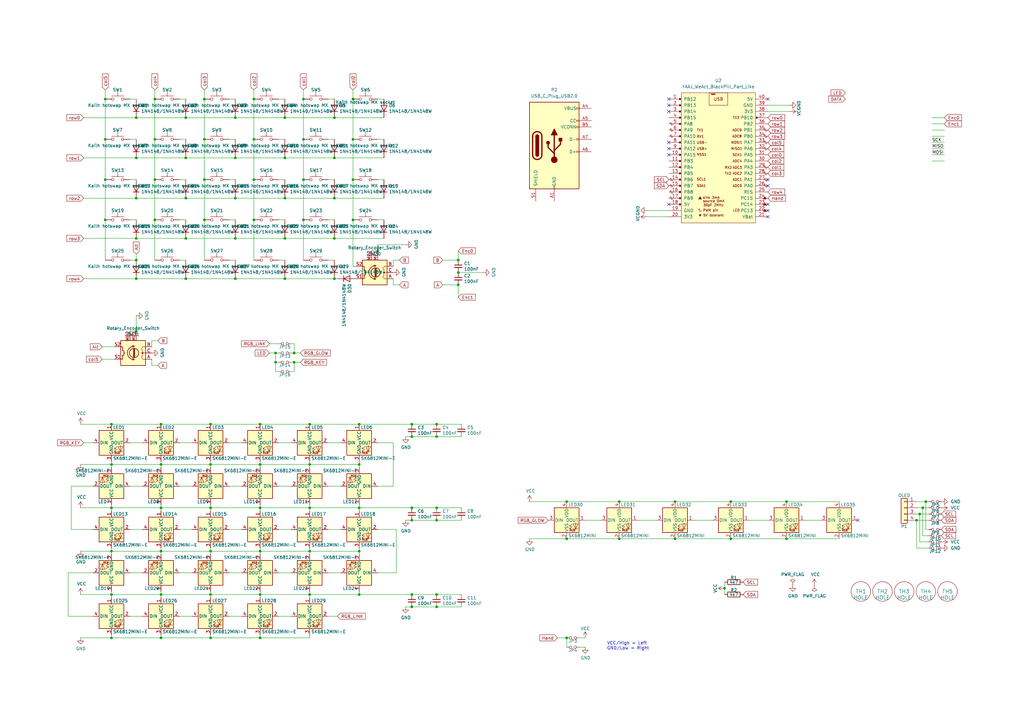
<source format=kicad_sch>
(kicad_sch (version 20211123) (generator eeschema)
  (paper "A3")
  (title_block (title "Lotus 58 Glow") (date "2021-12-17") (rev "v1.23") (company "Markus Knutsson <markus.knutsson@tweety.se>") (comment 1 "https://github.com/TweetyDaBird") (comment 2 "Licensed under CERN-OHL-S v2 or any superseding version"))
  (junction (at 124.46 57.15))
  (junction (at 55.88 106.68))
  (junction (at 66.04 261.62))
  (junction (at 137.16 97.79))
  (junction (at 66.04 208.28))
  (junction (at 106.68 243.84))
  (junction (at 375.92 213.36))
  (junction (at 276.86 205.74))
  (junction (at 322.58 205.74))
  (junction (at 86.36 208.28))
  (junction (at 96.52 114.3))
  (junction (at 144.78 57.15))
  (junction (at 168.91 248.92))
  (junction (at 106.68 190.5))
  (junction (at 63.5 90.17))
  (junction (at 86.36 173.99))
  (junction (at 83.82 90.17))
  (junction (at 187.96 116.84))
  (junction (at 179.07 248.92))
  (junction (at 116.84 64.77))
  (junction (at 137.16 64.77))
  (junction (at 45.72 173.99))
  (junction (at 297.18 241.3))
  (junction (at 276.86 220.98))
  (junction (at 66.04 243.84))
  (junction (at 55.88 114.3))
  (junction (at 179.07 173.99))
  (junction (at 187.96 111.76))
  (junction (at 86.36 261.62))
  (junction (at 116.84 48.26))
  (junction (at 116.84 81.28))
  (junction (at 55.88 135.89))
  (junction (at 124.46 40.64))
  (junction (at 63.5 57.15))
  (junction (at 179.07 208.28))
  (junction (at 104.14 40.64))
  (junction (at 76.2 81.28))
  (junction (at 43.18 57.15))
  (junction (at 147.32 226.06))
  (junction (at 55.88 48.26))
  (junction (at 63.5 40.64))
  (junction (at 154.94 102.87))
  (junction (at 55.88 81.28))
  (junction (at 144.78 73.66))
  (junction (at 76.2 64.77))
  (junction (at 104.14 90.17))
  (junction (at 66.04 173.99))
  (junction (at 45.72 208.28))
  (junction (at 76.2 48.26))
  (junction (at 55.88 97.79))
  (junction (at 299.72 220.98))
  (junction (at 147.32 208.28))
  (junction (at 106.68 173.99))
  (junction (at 63.5 73.66))
  (junction (at 43.18 40.64))
  (junction (at 55.88 64.77))
  (junction (at 179.07 179.07))
  (junction (at 116.84 114.3))
  (junction (at 147.32 243.84))
  (junction (at 45.72 226.06))
  (junction (at 45.72 261.62))
  (junction (at 96.52 64.77))
  (junction (at 43.18 73.66))
  (junction (at 168.91 213.36))
  (junction (at 168.91 208.28))
  (junction (at 232.41 261.62))
  (junction (at 76.2 114.3))
  (junction (at 83.82 73.66))
  (junction (at 127 243.84))
  (junction (at 127 208.28))
  (junction (at 45.72 243.84))
  (junction (at 120.65 144.78))
  (junction (at 116.84 97.79))
  (junction (at 66.04 190.5))
  (junction (at 86.36 226.06))
  (junction (at 187.96 106.68))
  (junction (at 127 173.99))
  (junction (at 96.52 48.26))
  (junction (at 379.73 205.74))
  (junction (at 137.16 81.28))
  (junction (at 113.03 144.78))
  (junction (at 127 190.5))
  (junction (at 137.16 48.26))
  (junction (at 124.46 73.66))
  (junction (at 137.16 114.3))
  (junction (at 127 226.06))
  (junction (at 378.46 208.28))
  (junction (at 147.32 190.5))
  (junction (at 45.72 190.5))
  (junction (at 106.68 208.28))
  (junction (at 83.82 40.64))
  (junction (at 179.07 213.36))
  (junction (at 377.19 210.82))
  (junction (at 86.36 190.5))
  (junction (at 104.14 73.66))
  (junction (at 83.82 57.15))
  (junction (at 168.91 173.99))
  (junction (at 179.07 243.84))
  (junction (at 86.36 243.84))
  (junction (at 104.14 57.15))
  (junction (at 168.91 179.07))
  (junction (at 120.65 148.59))
  (junction (at 96.52 81.28))
  (junction (at 232.41 205.74))
  (junction (at 106.68 226.06))
  (junction (at 322.58 220.98))
  (junction (at 113.03 148.59))
  (junction (at 144.78 40.64))
  (junction (at 96.52 97.79))
  (junction (at 144.78 90.17))
  (junction (at 254 220.98))
  (junction (at 106.68 261.62))
  (junction (at 299.72 205.74))
  (junction (at 254 205.74))
  (junction (at 43.18 90.17))
  (junction (at 168.91 243.84))
  (junction (at 147.32 173.99))
  (junction (at 76.2 97.79))
  (junction (at 124.46 90.17))
  (junction (at 232.41 220.98))
  (junction (at 66.04 226.06))
  (no_connect (at 351.79 213.36))
  (no_connect (at 274.32 83.82))
  (no_connect (at 314.96 40.64))
  (no_connect (at 274.32 58.42))
  (no_connect (at 274.32 60.96))
  (no_connect (at 274.32 63.5))
  (no_connect (at 274.32 40.64))
  (no_connect (at 436.88 212.09))
  (no_connect (at 274.32 43.18))
  (no_connect (at 274.32 45.72))
  (no_connect (at 314.96 88.9))
  (no_connect (at 314.96 73.66))
  (no_connect (at 314.96 76.2))
  (no_connect (at 314.96 83.82))
  (no_connect (at 314.96 86.36))
  (wire (pts (xy 299.72 220.98) (xy 322.58 220.98)))
  (wire (pts (xy 382.27 55.88) (xy 387.35 55.88)))
  (wire (pts (xy 147.32 190.5) (xy 147.32 189.23)))
  (wire (pts (xy 120.65 148.59) (xy 123.19 148.59)))
  (wire (pts (xy 375.92 205.74) (xy 379.73 205.74)))
  (wire (pts (xy 127 190.5) (xy 127 189.23)))
  (wire (pts (xy 217.17 220.98) (xy 232.41 220.98)))
  (wire (pts (xy 86.36 226.06) (xy 106.68 226.06)))
  (wire (pts (xy 127 173.99) (xy 147.32 173.99)))
  (wire (pts (xy 137.16 57.15) (xy 134.62 57.15)))
  (wire (pts (xy 168.91 208.28) (xy 179.07 208.28)))
  (wire (pts (xy 187.96 106.68) (xy 187.96 102.87)))
  (wire (pts (xy 120.65 152.4) (xy 119.38 152.4)))
  (wire (pts (xy 127 209.55) (xy 127 208.28)))
  (wire (pts (xy 114.3 40.64) (xy 116.84 40.64)))
  (wire (pts (xy 114.3 252.73) (xy 119.38 252.73)))
  (wire (pts (xy 114.3 181.61) (xy 119.38 181.61)))
  (wire (pts (xy 134.62 217.17) (xy 139.7 217.17)))
  (wire (pts (xy 73.66 199.39) (xy 78.74 199.39)))
  (wire (pts (xy 73.66 73.66) (xy 76.2 73.66)))
  (wire (pts (xy 73.66 234.95) (xy 78.74 234.95)))
  (wire (pts (xy 168.91 179.07) (xy 179.07 179.07)))
  (wire (pts (xy 86.36 208.28) (xy 86.36 209.55)))
  (wire (pts (xy 45.72 261.62) (xy 45.72 260.35)))
  (wire (pts (xy 46.99 142.24) (xy 41.91 142.24)))
  (wire (pts (xy 168.91 173.99) (xy 179.07 173.99)))
  (wire (pts (xy 322.58 205.74) (xy 344.17 205.74)))
  (wire (pts (xy 66.04 245.11) (xy 66.04 243.84)))
  (wire (pts (xy 436.88 214.63) (xy 448.31 214.63)))
  (wire (pts (xy 168.91 213.36) (xy 179.07 213.36)))
  (wire (pts (xy 147.32 208.28) (xy 147.32 209.55)))
  (wire (pts (xy 53.34 199.39) (xy 58.42 199.39)))
  (wire (pts (xy 134.62 181.61) (xy 139.7 181.61)))
  (wire (pts (xy 127 242.57) (xy 127 243.84)))
  (wire (pts (xy 27.94 234.95) (xy 27.94 252.73)))
  (wire (pts (xy 179.07 248.92) (xy 189.23 248.92)))
  (wire (pts (xy 38.1 234.95) (xy 27.94 234.95)))
  (wire (pts (xy 93.98 199.39) (xy 99.06 199.39)))
  (wire (pts (xy 34.29 114.3) (xy 55.88 114.3)))
  (wire (pts (xy 168.91 248.92) (xy 179.07 248.92)))
  (wire (pts (xy 379.73 205.74) (xy 379.73 217.17)))
  (wire (pts (xy 93.98 217.17) (xy 99.06 217.17)))
  (wire (pts (xy 162.56 217.17) (xy 162.56 234.95)))
  (wire (pts (xy 73.66 40.64) (xy 76.2 40.64)))
  (wire (pts (xy 66.04 208.28) (xy 86.36 208.28)))
  (wire (pts (xy 114.3 152.4) (xy 113.03 152.4)))
  (wire (pts (xy 86.36 173.99) (xy 106.68 173.99)))
  (wire (pts (xy 55.88 90.17) (xy 53.34 90.17)))
  (wire (pts (xy 181.61 106.68) (xy 187.96 106.68)))
  (wire (pts (xy 96.52 106.68) (xy 93.98 106.68)))
  (wire (pts (xy 93.98 181.61) (xy 99.06 181.61)))
  (wire (pts (xy 217.17 205.74) (xy 232.41 205.74)))
  (wire (pts (xy 137.16 64.77) (xy 157.48 64.77)))
  (wire (pts (xy 83.82 57.15) (xy 83.82 73.66)))
  (wire (pts (xy 168.91 179.07) (xy 166.37 179.07)))
  (wire (pts (xy 179.07 213.36) (xy 189.23 213.36)))
  (wire (pts (xy 45.72 208.28) (xy 33.02 208.28)))
  (wire (pts (xy 127 243.84) (xy 147.32 243.84)))
  (wire (pts (xy 43.18 36.83) (xy 43.18 40.64)))
  (wire (pts (xy 93.98 40.64) (xy 96.52 40.64)))
  (wire (pts (xy 137.16 114.3) (xy 138.43 114.3)))
  (wire (pts (xy 104.14 40.64) (xy 104.14 57.15)))
  (wire (pts (xy 274.32 86.36) (xy 265.43 86.36)))
  (wire (pts (xy 66.04 208.28) (xy 66.04 209.55)))
  (wire (pts (xy 104.14 36.83) (xy 104.14 40.64)))
  (wire (pts (xy 33.02 173.99) (xy 45.72 173.99)))
  (wire (pts (xy 83.82 73.66) (xy 83.82 90.17)))
  (wire (pts (xy 34.29 181.61) (xy 38.1 181.61)))
  (wire (pts (xy 53.34 181.61) (xy 58.42 181.61)))
  (wire (pts (xy 45.72 190.5) (xy 45.72 191.77)))
  (wire (pts (xy 86.36 224.79) (xy 86.36 226.06)))
  (wire (pts (xy 123.19 144.78) (xy 120.65 144.78)))
  (wire (pts (xy 34.29 64.77) (xy 55.88 64.77)))
  (wire (pts (xy 55.88 64.77) (xy 76.2 64.77)))
  (wire (pts (xy 66.04 242.57) (xy 66.04 243.84)))
  (wire (pts (xy 53.34 73.66) (xy 55.88 73.66)))
  (wire (pts (xy 83.82 40.64) (xy 83.82 57.15)))
  (wire (pts (xy 86.36 190.5) (xy 66.04 190.5)))
  (wire (pts (xy 38.1 217.17) (xy 29.21 217.17)))
  (wire (pts (xy 307.34 213.36) (xy 314.96 213.36)))
  (wire (pts (xy 120.65 148.59) (xy 120.65 152.4)))
  (wire (pts (xy 106.68 190.5) (xy 106.68 189.23)))
  (wire (pts (xy 45.72 227.33) (xy 45.72 226.06)))
  (wire (pts (xy 76.2 114.3) (xy 96.52 114.3)))
  (wire (pts (xy 382.27 48.26) (xy 387.35 48.26)))
  (wire (pts (xy 116.84 73.66) (xy 114.3 73.66)))
  (wire (pts (xy 55.88 104.14) (xy 55.88 106.68)))
  (wire (pts (xy 45.72 208.28) (xy 45.72 209.55)))
  (wire (pts (xy 381 205.74) (xy 379.73 205.74)))
  (wire (pts (xy 154.94 73.66) (xy 157.48 73.66)))
  (wire (pts (xy 381 208.28) (xy 378.46 208.28)))
  (wire (pts (xy 375.92 213.36) (xy 381 213.36)))
  (wire (pts (xy 83.82 90.17) (xy 83.82 106.68)))
  (wire (pts (xy 86.36 190.5) (xy 106.68 190.5)))
  (wire (pts (xy 53.34 252.73) (xy 58.42 252.73)))
  (wire (pts (xy 163.83 116.84) (xy 161.29 116.84)))
  (wire (pts (xy 106.68 208.28) (xy 106.68 209.55)))
  (wire (pts (xy 45.72 189.23) (xy 45.72 190.5)))
  (wire (pts (xy 55.88 129.54) (xy 55.88 135.89)))
  (wire (pts (xy 436.88 217.17) (xy 445.77 217.17)))
  (wire (pts (xy 76.2 81.28) (xy 96.52 81.28)))
  (wire (pts (xy 55.88 97.79) (xy 76.2 97.79)))
  (wire (pts (xy 104.14 73.66) (xy 104.14 90.17)))
  (wire (pts (xy 119.38 148.59) (xy 120.65 148.59)))
  (wire (pts (xy 161.29 116.84) (xy 161.29 114.3)))
  (wire (pts (xy 187.96 121.92) (xy 187.96 116.84)))
  (wire (pts (xy 113.03 144.78) (xy 114.3 144.78)))
  (wire (pts (xy 46.99 147.32) (xy 41.91 147.32)))
  (wire (pts (xy 322.58 220.98) (xy 344.17 220.98)))
  (wire (pts (xy 124.46 90.17) (xy 124.46 106.68)))
  (wire (pts (xy 276.86 220.98) (xy 299.72 220.98)))
  (wire (pts (xy 45.72 207.01) (xy 45.72 208.28)))
  (wire (pts (xy 64.77 139.7) (xy 62.23 139.7)))
  (wire (pts (xy 120.65 140.97) (xy 120.65 144.78)))
  (wire (pts (xy 110.49 140.97) (xy 114.3 140.97)))
  (wire (pts (xy 166.37 100.33) (xy 154.94 100.33)))
  (wire (pts (xy 83.82 36.83) (xy 83.82 40.64)))
  (wire (pts (xy 314.96 45.72) (xy 323.85 45.72)))
  (wire (pts (xy 76.2 64.77) (xy 96.52 64.77)))
  (wire (pts (xy 124.46 40.64) (xy 124.46 57.15)))
  (wire (pts (xy 66.04 261.62) (xy 45.72 261.62)))
  (wire (pts (xy 104.14 57.15) (xy 104.14 73.66)))
  (wire (pts (xy 276.86 205.74) (xy 299.72 205.74)))
  (wire (pts (xy 284.48 213.36) (xy 292.1 213.36)))
  (wire (pts (xy 154.94 90.17) (xy 157.48 90.17)))
  (wire (pts (xy 106.68 190.5) (xy 127 190.5)))
  (wire (pts (xy 27.94 252.73) (xy 38.1 252.73)))
  (wire (pts (xy 254 220.98) (xy 276.86 220.98)))
  (wire (pts (xy 144.78 40.64) (xy 144.78 57.15)))
  (wire (pts (xy 261.62 213.36) (xy 269.24 213.36)))
  (wire (pts (xy 147.32 173.99) (xy 168.91 173.99)))
  (wire (pts (xy 382.27 50.8) (xy 387.35 50.8)))
  (wire (pts (xy 106.68 261.62) (xy 86.36 261.62)))
  (wire (pts (xy 114.3 90.17) (xy 116.84 90.17)))
  (wire (pts (xy 124.46 57.15) (xy 124.46 73.66)))
  (wire (pts (xy 86.36 261.62) (xy 86.36 260.35)))
  (wire (pts (xy 76.2 57.15) (xy 73.66 57.15)))
  (wire (pts (xy 106.68 243.84) (xy 106.68 242.57)))
  (wire (pts (xy 147.32 208.28) (xy 168.91 208.28)))
  (wire (pts (xy 314.96 43.18) (xy 323.85 43.18)))
  (wire (pts (xy 73.66 217.17) (xy 78.74 217.17)))
  (wire (pts (xy 96.52 97.79) (xy 116.84 97.79)))
  (wire (pts (xy 86.36 245.11) (xy 86.36 243.84)))
  (wire (pts (xy 124.46 73.66) (xy 124.46 90.17)))
  (wire (pts (xy 154.94 234.95) (xy 162.56 234.95)))
  (wire (pts (xy 106.68 226.06) (xy 127 226.06)))
  (wire (pts (xy 63.5 36.83) (xy 63.5 40.64)))
  (wire (pts (xy 33.02 243.84) (xy 45.72 243.84)))
  (wire (pts (xy 55.88 135.89) (xy 53.34 135.89)))
  (wire (pts (xy 104.14 90.17) (xy 104.14 106.68)))
  (wire (pts (xy 152.4 102.87) (xy 154.94 102.87)))
  (wire (pts (xy 274.32 88.9) (xy 265.43 88.9)))
  (wire (pts (xy 240.03 213.36) (xy 246.38 213.36)))
  (wire (pts (xy 106.68 245.11) (xy 106.68 243.84)))
  (wire (pts (xy 34.29 97.79) (xy 55.88 97.79)))
  (wire (pts (xy 53.34 234.95) (xy 58.42 234.95)))
  (wire (pts (xy 137.16 106.68) (xy 134.62 106.68)))
  (wire (pts (xy 93.98 57.15) (xy 96.52 57.15)))
  (wire (pts (xy 147.32 224.79) (xy 147.32 226.06)))
  (wire (pts (xy 114.3 234.95) (xy 119.38 234.95)))
  (wire (pts (xy 116.84 106.68) (xy 114.3 106.68)))
  (wire (pts (xy 86.36 190.5) (xy 86.36 191.77)))
  (wire (pts (xy 127 261.62) (xy 106.68 261.62)))
  (wire (pts (xy 33.02 226.06) (xy 45.72 226.06)))
  (wire (pts (xy 147.32 208.28) (xy 147.32 207.01)))
  (wire (pts (xy 106.68 191.77) (xy 106.68 190.5)))
  (wire (pts (xy 154.94 40.64) (xy 157.48 40.64)))
  (wire (pts (xy 147.32 190.5) (xy 147.32 191.77)))
  (wire (pts (xy 240.03 265.43) (xy 237.49 265.43)))
  (wire (pts (xy 127 191.77) (xy 127 190.5)))
  (wire (pts (xy 382.27 58.42) (xy 387.35 58.42)))
  (wire (pts (xy 299.72 205.74) (xy 322.58 205.74)))
  (wire (pts (xy 93.98 234.95) (xy 99.06 234.95)))
  (wire (pts (xy 64.77 149.86) (xy 62.23 149.86)))
  (wire (pts (xy 181.61 116.84) (xy 187.96 116.84)))
  (wire (pts (xy 66.04 173.99) (xy 86.36 173.99)))
  (wire (pts (xy 168.91 248.92) (xy 166.37 248.92)))
  (wire (pts (xy 127 226.06) (xy 147.32 226.06)))
  (wire (pts (xy 232.41 265.43) (xy 232.41 261.62)))
  (wire (pts (xy 86.36 208.28) (xy 86.36 207.01)))
  (wire (pts (xy 187.96 111.76) (xy 198.12 111.76)))
  (wire (pts (xy 382.27 63.5) (xy 387.35 63.5)))
  (wire (pts (xy 73.66 252.73) (xy 78.74 252.73)))
  (wire (pts (xy 29.21 217.17) (xy 29.21 199.39)))
  (wire (pts (xy 168.91 243.84) (xy 179.07 243.84)))
  (wire (pts (xy 62.23 139.7) (xy 62.23 142.24)))
  (wire (pts (xy 55.88 114.3) (xy 76.2 114.3)))
  (wire (pts (xy 93.98 252.73) (xy 99.06 252.73)))
  (wire (pts (xy 66.04 261.62) (xy 66.04 260.35)))
  (wire (pts (xy 137.16 40.64) (xy 134.62 40.64)))
  (wire (pts (xy 45.72 190.5) (xy 33.02 190.5)))
  (wire (pts (xy 96.52 90.17) (xy 93.98 90.17)))
  (wire (pts (xy 116.84 64.77) (xy 137.16 64.77)))
  (wire (pts (xy 137.16 81.28) (xy 157.48 81.28)))
  (wire (pts (xy 66.04 190.5) (xy 66.04 189.23)))
  (wire (pts (xy 382.27 66.04) (xy 387.35 66.04)))
  (wire (pts (xy 45.72 173.99) (xy 66.04 173.99)))
  (wire (pts (xy 34.29 48.26) (xy 55.88 48.26)))
  (wire (pts (xy 154.94 100.33) (xy 154.94 102.87)))
  (wire (pts (xy 144.78 73.66) (xy 144.78 90.17)))
  (wire (pts (xy 127 245.11) (xy 127 243.84)))
  (wire (pts (xy 297.18 241.3) (xy 297.18 243.84)))
  (wire (pts (xy 228.6 261.62) (xy 232.41 261.62)))
  (wire (pts (xy 157.48 57.15) (xy 154.94 57.15)))
  (wire (pts (xy 45.72 190.5) (xy 66.04 190.5)))
  (wire (pts (xy 106.68 224.79) (xy 106.68 226.06)))
  (wire (pts (xy 66.04 224.79) (xy 66.04 226.06)))
  (wire (pts (xy 127 190.5) (xy 147.32 190.5)))
  (wire (pts (xy 147.32 243.84) (xy 147.32 242.57)))
  (wire (pts (xy 96.52 114.3) (xy 116.84 114.3)))
  (wire (pts (xy 116.84 81.28) (xy 137.16 81.28)))
  (wire (pts (xy 106.68 208.28) (xy 127 208.28)))
  (wire (pts (xy 127 261.62) (xy 127 260.35)))
  (wire (pts (xy 113.03 152.4) (xy 113.03 148.59)))
  (wire (pts (xy 127 208.28) (xy 127 207.01)))
  (wire (pts (xy 254 205.74) (xy 276.86 205.74)))
  (wire (pts (xy 147.32 243.84) (xy 168.91 243.84)))
  (wire (pts (xy 297.18 238.76) (xy 297.18 241.3)))
  (wire (pts (xy 154.94 217.17) (xy 162.56 217.17)))
  (wire (pts (xy 161.29 181.61) (xy 161.29 199.39)))
  (wire (pts (xy 96.52 81.28) (xy 116.84 81.28)))
  (wire (pts (xy 86.36 189.23) (xy 86.36 190.5)))
  (wire (pts (xy 179.07 173.99) (xy 189.23 173.99)))
  (wire (pts (xy 113.03 144.78) (xy 113.03 148.59)))
  (wire (pts (xy 96.52 48.26) (xy 116.84 48.26)))
  (wire (pts (xy 63.5 90.17) (xy 63.5 106.68)))
  (wire (pts (xy 66.04 208.28) (xy 66.04 207.01)))
  (wire (pts (xy 66.04 191.77) (xy 66.04 190.5)))
  (wire (pts (xy 179.07 243.84) (xy 189.23 243.84)))
  (wire (pts (xy 86.36 227.33) (xy 86.36 226.06)))
  (wire (pts (xy 138.43 252.73) (xy 134.62 252.73)))
  (wire (pts (xy 120.65 144.78) (xy 119.38 144.78)))
  (wire (pts (xy 73.66 181.61) (xy 78.74 181.61)))
  (wire (pts (xy 163.83 106.68) (xy 161.29 106.68)))
  (wire (pts (xy 127 208.28) (xy 147.32 208.28)))
  (wire (pts (xy 168.91 213.36) (xy 166.37 213.36)))
  (wire (pts (xy 86.36 243.84) (xy 86.36 242.57)))
  (wire (pts (xy 436.88 219.71) (xy 440.69 219.71)))
  (wire (pts (xy 76.2 48.26) (xy 96.52 48.26)))
  (wire (pts (xy 53.34 217.17) (xy 58.42 217.17)))
  (wire (pts (xy 45.72 242.57) (xy 45.72 243.84)))
  (wire (pts (xy 237.49 261.62) (xy 240.03 261.62)))
  (wire (pts (xy 110.49 144.78) (xy 113.03 144.78)))
  (wire (pts (xy 43.18 57.15) (xy 43.18 73.66)))
  (wire (pts (xy 154.94 199.39) (xy 161.29 199.39)))
  (wire (pts (xy 134.62 234.95) (xy 139.7 234.95)))
  (wire (pts (xy 45.72 245.11) (xy 45.72 243.84)))
  (wire (pts (xy 86.36 208.28) (xy 106.68 208.28)))
  (wire (pts (xy 66.04 243.84) (xy 86.36 243.84)))
  (wire (pts (xy 43.18 90.17) (xy 43.18 106.68)))
  (wire (pts (xy 66.04 226.06) (xy 86.36 226.06)))
  (wire (pts (xy 114.3 199.39) (xy 119.38 199.39)))
  (wire (pts (xy 124.46 36.83) (xy 124.46 40.64)))
  (wire (pts (xy 144.78 57.15) (xy 144.78 73.66)))
  (wire (pts (xy 144.78 36.83) (xy 144.78 40.64)))
  (wire (pts (xy 144.78 90.17) (xy 144.78 109.22)))
  (wire (pts (xy 86.36 261.62) (xy 66.04 261.62)))
  (wire (pts (xy 137.16 48.26) (xy 157.48 48.26)))
  (wire (pts (xy 106.68 173.99) (xy 127 173.99)))
  (wire (pts (xy 106.68 261.62) (xy 106.68 260.35)))
  (wire (pts (xy 55.88 48.26) (xy 76.2 48.26)))
  (wire (pts (xy 377.19 210.82) (xy 381 210.82)))
  (wire (pts (xy 137.16 97.79) (xy 157.48 97.79)))
  (wire (pts (xy 106.68 243.84) (xy 127 243.84)))
  (wire (pts (xy 76.2 97.79) (xy 96.52 97.79)))
  (wire (pts (xy 127 227.33) (xy 127 226.06)))
  (wire (pts (xy 76.2 90.17) (xy 73.66 90.17)))
  (wire (pts (xy 29.21 199.39) (xy 38.1 199.39)))
  (wire (pts (xy 45.72 261.62) (xy 33.02 261.62)))
  (wire (pts (xy 378.46 208.28) (xy 378.46 219.71)))
  (wire (pts (xy 377.19 222.25) (xy 377.19 210.82)))
  (wire (pts (xy 179.07 208.28) (xy 189.23 208.28)))
  (wire (pts (xy 232.41 220.98) (xy 254 220.98)))
  (wire (pts (xy 45.72 226.06) (xy 66.04 226.06)))
  (wire (pts (xy 375.92 224.79) (xy 381 224.79)))
  (wire (pts (xy 375.92 213.36) (xy 375.92 224.79)))
  (wire (pts (xy 63.5 73.66) (xy 63.5 90.17)))
  (wire (pts (xy 161.29 106.68) (xy 161.29 109.22)))
  (wire (pts (xy 114.3 217.17) (xy 119.38 217.17)))
  (wire (pts (xy 137.16 73.66) (xy 134.62 73.66)))
  (wire (pts (xy 144.78 109.22) (xy 146.05 109.22)))
  (wire (pts (xy 76.2 106.68) (xy 73.66 106.68)))
  (wire (pts (xy 375.92 208.28) (xy 378.46 208.28)))
  (wire (pts (xy 55.88 57.15) (xy 53.34 57.15)))
  (wire (pts (xy 382.27 60.96) (xy 387.35 60.96)))
  (wire (pts (xy 381 217.17) (xy 379.73 217.17)))
  (wire (pts (xy 381 222.25) (xy 377.19 222.25)))
  (wire (pts (xy 106.68 226.06) (xy 106.68 227.33)))
  (wire (pts (xy 116.84 57.15) (xy 114.3 57.15)))
  (wire (pts (xy 93.98 73.66) (xy 96.52 73.66)))
  (wire (pts (xy 330.2 213.36) (xy 336.55 213.36)))
  (wire (pts (xy 55.88 40.64) (xy 53.34 40.64)))
  (wire (pts (xy 154.94 181.61) (xy 161.29 181.61)))
  (wire (pts (xy 86.36 243.84) (xy 106.68 243.84)))
  (wire (pts (xy 127 224.79) (xy 127 226.06)))
  (wire (pts (xy 116.84 114.3) (xy 137.16 114.3)))
  (wire (pts (xy 55.88 81.28) (xy 76.2 81.28)))
  (wire (pts (xy 137.16 90.17) (xy 134.62 90.17)))
  (wire (pts (xy 116.84 97.79) (xy 137.16 97.79)))
  (wire (pts (xy 45.72 208.28) (xy 66.04 208.28)))
  (wire (pts (xy 63.5 40.64) (xy 63.5 57.15)))
  (wire (pts (xy 34.29 81.28) (xy 55.88 81.28)))
  (wire (pts (xy 66.04 226.06) (xy 66.04 227.33)))
  (wire (pts (xy 45.72 243.84) (xy 66.04 243.84)))
  (wire (pts (xy 106.68 208.28) (xy 106.68 207.01)))
  (wire (pts (xy 113.03 148.59) (xy 114.3 148.59)))
  (wire (pts (xy 96.52 64.77) (xy 116.84 64.77)))
  (wire (pts (xy 62.23 149.86) (xy 62.23 147.32)))
  (wire (pts (xy 119.38 140.97) (xy 120.65 140.97)))
  (wire (pts (xy 378.46 219.71) (xy 381 219.71)))
  (wire (pts (xy 45.72 224.79) (xy 45.72 226.06)))
  (wire (pts (xy 382.27 53.34) (xy 387.35 53.34)))
  (wire (pts (xy 232.41 205.74) (xy 254 205.74)))
  (wire (pts (xy 179.07 179.07) (xy 189.23 179.07)))
  (wire (pts (xy 53.34 106.68) (xy 55.88 106.68)))
  (wire (pts (xy 375.92 210.82) (xy 377.19 210.82)))
  (wire (pts (xy 147.32 226.06) (xy 147.32 227.33)))
  (wire (pts (xy 43.18 40.64) (xy 43.18 57.15)))
  (wire (pts (xy 116.84 48.26) (xy 137.16 48.26)))
  (wire (pts (xy 63.5 57.15) (xy 63.5 73.66)))
  (wire (pts (xy 43.18 73.66) (xy 43.18 90.17)))
  (wire (pts (xy 134.62 199.39) (xy 139.7 199.39)))
  (text "VCC/High = Left\nGND/Low = Right" (at 248.92 266.7 0) (effects (font (size 1.27 1.27)) (justify left bottom)))
  (label "MOSI" (at 382.27 63.5 0))
  (label "SCK" (at 382.27 58.42 0))
  (label "MISO" (at 382.27 60.96 0))
  (global_label "A" (shape input) (at 181.61 116.84 180) (property "Intersheet References" "${INTERSHEET_REFS}" (effects hide)))
  (global_label "Alt" (shape input) (at 55.88 104.14 90) (property "Intersheet References" "${INTERSHEET_REFS}" (effects hide)))
  (global_label "col2" (shape input) (at 314.96 66.04 0) (property "Intersheet References" "${INTERSHEET_REFS}" (effects hide)))
  (global_label "row2" (shape input) (at 314.96 53.34 0) (property "Intersheet References" "${INTERSHEET_REFS}" (effects hide)))
  (global_label "col4" (shape input) (at 63.5 36.83 90) (property "Intersheet References" "${INTERSHEET_REFS}" (effects hide)))
  (global_label "row1" (shape input) (at 314.96 50.8 0) (property "Intersheet References" "${INTERSHEET_REFS}" (effects hide)))
  (global_label "RGB_GLOW" (shape input) (at 224.79 213.36 180) (property "Intersheet References" "${INTERSHEET_REFS}" (effects hide)))
  (global_label "SCL" (shape input) (at 304.8 238.76 0) (property "Intersheet References" "${INTERSHEET_REFS}" (effects hide)))
  (global_label "RGB_GLOW" (shape input) (at 123.19 144.78 0) (property "Intersheet References" "${INTERSHEET_REFS}" (effects hide)))
  (global_label "SDA" (shape input) (at 304.8 243.84 0) (property "Intersheet References" "${INTERSHEET_REFS}" (effects hide)))
  (global_label "Enc1" (shape input) (at 187.96 121.92 0) (property "Intersheet References" "${INTERSHEET_REFS}" (effects hide)))
  (global_label "RGB_KEY" (shape input) (at 123.19 148.59 0) (property "Intersheet References" "${INTERSHEET_REFS}" (effects hide)))
  (global_label "RGB_LINK" (shape input) (at 110.49 140.97 180) (property "Intersheet References" "${INTERSHEET_REFS}" (effects hide)))
  (global_label "row3" (shape input) (at 34.29 97.79 180) (property "Intersheet References" "${INTERSHEET_REFS}" (effects hide)))
  (global_label "SDA" (shape input) (at 386.08 217.17 0) (property "Intersheet References" "${INTERSHEET_REFS}" (effects hide)))
  (global_label "row3" (shape input) (at 314.96 55.88 0) (property "Intersheet References" "${INTERSHEET_REFS}" (effects hide)))
  (global_label "SDA" (shape input) (at 386.08 213.36 0) (property "Intersheet References" "${INTERSHEET_REFS}" (effects hide)))
  (global_label "Enc0" (shape input) (at 387.35 48.26 0) (property "Intersheet References" "${INTERSHEET_REFS}" (effects hide)))
  (global_label "col4" (shape input) (at 314.96 60.96 0) (property "Intersheet References" "${INTERSHEET_REFS}" (effects hide)))
  (global_label "row1" (shape input) (at 34.29 64.77 180) (property "Intersheet References" "${INTERSHEET_REFS}" (effects hide)))
  (global_label "SCL" (shape input) (at 386.08 219.71 0) (property "Intersheet References" "${INTERSHEET_REFS}" (effects hide)))
  (global_label "RGB_LINK" (shape input) (at 138.43 252.73 0) (property "Intersheet References" "${INTERSHEET_REFS}" (effects hide)))
  (global_label "row2" (shape input) (at 34.29 81.28 180) (property "Intersheet References" "${INTERSHEET_REFS}" (effects hide)))
  (global_label "A" (shape input) (at 64.77 149.86 0) (property "Intersheet References" "${INTERSHEET_REFS}" (effects hide)))
  (global_label "col5" (shape input) (at 41.91 147.32 180) (property "Intersheet References" "${INTERSHEET_REFS}" (effects hide)))
  (global_label "col5" (shape input) (at 43.18 36.83 90) (property "Intersheet References" "${INTERSHEET_REFS}" (effects hide)))
  (global_label "col0" (shape input) (at 314.96 63.5 0) (property "Intersheet References" "${INTERSHEET_REFS}" (effects hide)))
  (global_label "col3" (shape input) (at 83.82 36.83 90) (property "Intersheet References" "${INTERSHEET_REFS}" (effects hide)))
  (global_label "SCL" (shape input) (at 274.32 73.66 180) (property "Intersheet References" "${INTERSHEET_REFS}" (effects hide)))
  (global_label "SDA" (shape input) (at 274.32 76.2 180) (property "Intersheet References" "${INTERSHEET_REFS}" (effects hide)))
  (global_label "LED" (shape input) (at 346.71 38.1 180) (property "Intersheet References" "${INTERSHEET_REFS}" (effects hide)))
  (global_label "SCL" (shape input) (at 386.08 210.82 0) (property "Intersheet References" "${INTERSHEET_REFS}" (effects hide)))
  (global_label "Hand" (shape input) (at 314.96 81.28 0) (property "Intersheet References" "${INTERSHEET_REFS}" (effects hide)))
  (global_label "A" (shape input) (at 163.83 116.84 0) (property "Intersheet References" "${INTERSHEET_REFS}" (effects hide)))
  (global_label "row0" (shape input) (at 34.29 48.26 180) (property "Intersheet References" "${INTERSHEET_REFS}" (effects hide)))
  (global_label "RGB_KEY" (shape input) (at 34.29 181.61 180) (property "Intersheet References" "${INTERSHEET_REFS}" (effects hide)))
  (global_label "Alt" (shape input) (at 41.91 142.24 180) (property "Intersheet References" "${INTERSHEET_REFS}" (effects hide)))
  (global_label "B" (shape input) (at 181.61 106.68 180) (property "Intersheet References" "${INTERSHEET_REFS}" (effects hide)))
  (global_label "col5" (shape input) (at 314.96 58.42 0) (property "Intersheet References" "${INTERSHEET_REFS}" (effects hide)))
  (global_label "DATA" (shape input) (at 448.31 214.63 0) (property "Intersheet References" "${INTERSHEET_REFS}" (effects hide)))
  (global_label "Enc0" (shape input) (at 187.96 102.87 0) (property "Intersheet References" "${INTERSHEET_REFS}" (effects hide)))
  (global_label "row4" (shape input) (at 34.29 114.3 180) (property "Intersheet References" "${INTERSHEET_REFS}" (effects hide)))
  (global_label "row0" (shape input) (at 314.96 48.26 0) (property "Intersheet References" "${INTERSHEET_REFS}" (effects hide)))
  (global_label "B" (shape input) (at 64.77 139.7 0) (property "Intersheet References" "${INTERSHEET_REFS}" (effects hide)))
  (global_label "B" (shape input) (at 163.83 106.68 0) (property "Intersheet References" "${INTERSHEET_REFS}" (effects hide)))
  (global_label "col1" (shape input) (at 314.96 68.58 0) (property "Intersheet References" "${INTERSHEET_REFS}" (effects hide)))
  (global_label "col1" (shape input) (at 124.46 36.83 90) (property "Intersheet References" "${INTERSHEET_REFS}" (effects hide)))
  (global_label "col0" (shape input) (at 144.78 36.83 90) (property "Intersheet References" "${INTERSHEET_REFS}" (effects hide)))
  (global_label "Hand" (shape input) (at 228.6 261.62 180) (property "Intersheet References" "${INTERSHEET_REFS}" (effects hide)))
  (global_label "col2" (shape input) (at 104.14 36.83 90) (property "Intersheet References" "${INTERSHEET_REFS}" (effects hide)))
  (global_label "DATA" (shape input) (at 346.71 40.64 180) (property "Intersheet References" "${INTERSHEET_REFS}" (effects hide)))
  (global_label "row4" (shape input) (at 314.96 78.74 0) (property "Intersheet References" "${INTERSHEET_REFS}" (effects hide)))
  (global_label "Enc1" (shape input) (at 387.35 50.8 0) (property "Intersheet References" "${INTERSHEET_REFS}" (effects hide)))
  (global_label "col3" (shape input) (at 314.96 71.12 0) (property "Intersheet References" "${INTERSHEET_REFS}" (effects hide)))
  (global_label "LED" (shape input) (at 110.49 144.78 180) (property "Intersheet References" "${INTERSHEET_REFS}" (effects hide)))
  (symbol (lib_id "Switch:SW_Push") (at 48.26 106.68 0) (unit 1)
    (property "Reference" "SW25" (at 48.26 102.87 0))
    (property "Value" "Kailh hotswap MX socket" (at 48.26 109.22 0))
    (property "Footprint" "keyswitches:Kailh_socket_MX_reversible_RGB" (effects hide))
  )
  (symbol (lib_id "Switch:SW_Push") (at 68.58 106.68 0) (unit 1)
    (property "Reference" "SW26" (at 68.58 102.87 0))
    (property "Value" "Kailh hotswap MX socket" (at 68.58 109.22 0))
    (property "Footprint" "keyswitches:Kailh_socket_MX_reversible_RGB" (effects hide))
  )
  (symbol (lib_id "Switch:SW_Push") (at 48.26 40.64 0) (unit 1)
    (property "Reference" "SW1" (at 48.26 36.83 0))
    (property "Value" "Kailh hotswap MX socket" (at 48.26 43.18 0))
    (property "Footprint" "keyswitches:Kailh_socket_MX_reversible_RGB" (effects hide))
  )
  (symbol (lib_id "Device:D") (at 55.88 44.45 90) (unit 1)
    (property "Reference" "D1" (at 57.8866 43.2816 90) (effects (justify right)))
    (property "Value" "1N4148/1N4148W" (at 57.8866 45.593 90) (effects (justify right)))
    (property "Footprint" "Keyboard Library:Diode_DO35_SOD123" (effects hide))
  )
  (symbol (lib_id "Switch:SW_Push") (at 68.58 40.64 0) (unit 1)
    (property "Reference" "SW2" (at 68.58 36.83 0))
    (property "Value" "Kailh hotswap MX socket" (at 68.58 43.18 0))
    (property "Footprint" "keyswitches:Kailh_socket_MX_reversible_RGB" (effects hide))
  )
  (symbol (lib_id "Device:D") (at 76.2 44.45 90) (unit 1)
    (property "Reference" "D2" (at 78.2066 43.2816 90) (effects (justify right)))
    (property "Value" "1N4148/1N4148W" (at 78.2066 45.593 90) (effects (justify right)))
    (property "Footprint" "Keyboard Library:Diode_DO35_SOD123" (effects hide))
  )
  (symbol (lib_id "Switch:SW_Push") (at 88.9 40.64 0) (unit 1)
    (property "Reference" "SW3" (at 88.9 36.83 0))
    (property "Value" "Kailh hotswap MX socket" (at 88.9 43.18 0))
    (property "Footprint" "keyswitches:Kailh_socket_MX_reversible_RGB" (effects hide))
  )
  (symbol (lib_id "Device:D") (at 96.52 44.45 90) (unit 1)
    (property "Reference" "D3" (at 98.5266 43.2816 90) (effects (justify right)))
    (property "Value" "1N4148/1N4148W" (at 98.5266 45.593 90) (effects (justify right)))
    (property "Footprint" "Keyboard Library:Diode_DO35_SOD123" (effects hide))
  )
  (symbol (lib_id "Switch:SW_Push") (at 109.22 40.64 0) (unit 1)
    (property "Reference" "SW4" (at 109.22 36.83 0))
    (property "Value" "Kailh hotswap MX socket" (at 109.22 43.18 0))
    (property "Footprint" "keyswitches:Kailh_socket_MX_reversible_RGB" (effects hide))
  )
  (symbol (lib_id "Device:D") (at 116.84 44.45 90) (unit 1)
    (property "Reference" "D4" (at 118.8466 43.2816 90) (effects (justify right)))
    (property "Value" "1N4148/1N4148W" (at 118.8466 45.593 90) (effects (justify right)))
    (property "Footprint" "Keyboard Library:Diode_DO35_SOD123" (effects hide))
  )
  (symbol (lib_id "Switch:SW_Push") (at 129.54 40.64 0) (unit 1)
    (property "Reference" "SW5" (at 129.54 36.83 0))
    (property "Value" "Kailh hotswap MX socket" (at 129.54 43.18 0))
    (property "Footprint" "keyswitches:Kailh_socket_MX_reversible_RGB" (effects hide))
  )
  (symbol (lib_id "Device:D") (at 137.16 44.45 90) (unit 1)
    (property "Reference" "D5" (at 139.1666 43.2816 90) (effects (justify right)))
    (property "Value" "1N4148/1N4148W" (at 139.1666 45.593 90) (effects (justify right)))
    (property "Footprint" "Keyboard Library:Diode_DO35_SOD123" (effects hide))
  )
  (symbol (lib_id "Switch:SW_Push") (at 149.86 40.64 0) (unit 1)
    (property "Reference" "SW6" (at 149.86 36.83 0))
    (property "Value" "Kailh hotswap MX socket" (at 149.86 41.91 0))
    (property "Footprint" "keyswitches:Kailh_socket_MX_reversible_RGB" (effects hide))
  )
  (symbol (lib_id "Device:D") (at 157.48 44.45 90) (unit 1)
    (property "Reference" "D6" (at 159.4866 43.2816 90) (effects (justify right)))
    (property "Value" "1N4148/1N4148W" (at 159.4866 45.593 90) (effects (justify right)))
    (property "Footprint" "Keyboard Library:Diode_DO35_SOD123" (effects hide))
  )
  (symbol (lib_id "Switch:SW_Push") (at 68.58 57.15 0) (unit 1)
    (property "Reference" "SW8" (at 68.58 53.34 0))
    (property "Value" "Kailh hotswap MX socket" (at 68.58 59.69 0))
    (property "Footprint" "keyswitches:Kailh_socket_MX_reversible_RGB" (effects hide))
  )
  (symbol (lib_id "Switch:SW_Push") (at 88.9 57.15 0) (unit 1)
    (property "Reference" "SW9" (at 88.9 53.34 0))
    (property "Value" "Kailh hotswap MX socket" (at 88.9 59.69 0))
    (property "Footprint" "keyswitches:Kailh_socket_MX_reversible_RGB" (effects hide))
  )
  (symbol (lib_id "Switch:SW_Push") (at 109.22 57.15 0) (unit 1)
    (property "Reference" "SW10" (at 109.22 53.34 0))
    (property "Value" "Kailh hotswap MX socket" (at 109.22 59.69 0))
    (property "Footprint" "keyswitches:Kailh_socket_MX_reversible_RGB" (effects hide))
  )
  (symbol (lib_id "Switch:SW_Push") (at 129.54 57.15 0) (unit 1)
    (property "Reference" "SW11" (at 129.54 53.34 0))
    (property "Value" "Kailh hotswap MX socket" (at 129.54 59.69 0))
    (property "Footprint" "keyswitches:Kailh_socket_MX_reversible_RGB" (effects hide))
  )
  (symbol (lib_id "Switch:SW_Push") (at 149.86 57.15 0) (unit 1)
    (property "Reference" "SW12" (at 149.86 53.34 0))
    (property "Value" "Kailh hotswap MX socket" (at 149.86 59.69 0))
    (property "Footprint" "keyswitches:Kailh_socket_MX_reversible_RGB" (effects hide))
  )
  (symbol (lib_id "Switch:SW_Push") (at 48.26 57.15 0) (unit 1)
    (property "Reference" "SW7" (at 48.26 53.34 0))
    (property "Value" "Kailh hotswap MX socket" (at 48.26 59.69 0))
    (property "Footprint" "keyswitches:Kailh_socket_MX_reversible_RGB" (effects hide))
  )
  (symbol (lib_id "Device:D") (at 55.88 60.96 90) (unit 1)
    (property "Reference" "D7" (at 57.8866 59.7916 90) (effects (justify right)))
    (property "Value" "1N4148/1N4148W" (at 57.8866 62.103 90) (effects (justify right)))
    (property "Footprint" "Keyboard Library:Diode_DO35_SOD123" (effects hide))
  )
  (symbol (lib_id "Device:D") (at 76.2 60.96 90) (unit 1)
    (property "Reference" "D8" (at 78.2066 59.7916 90) (effects (justify right)))
    (property "Value" "1N4148/1N4148W" (at 78.2066 62.103 90) (effects (justify right)))
    (property "Footprint" "Keyboard Library:Diode_DO35_SOD123" (effects hide))
  )
  (symbol (lib_id "Device:D") (at 96.52 60.96 90) (unit 1)
    (property "Reference" "D9" (at 98.5266 59.7916 90) (effects (justify right)))
    (property "Value" "1N4148/1N4148W" (at 98.5266 62.103 90) (effects (justify right)))
    (property "Footprint" "Keyboard Library:Diode_DO35_SOD123" (effects hide))
  )
  (symbol (lib_id "Device:D") (at 116.84 60.96 90) (unit 1)
    (property "Reference" "D10" (at 118.8466 59.7916 90) (effects (justify right)))
    (property "Value" "1N4148/1N4148W" (at 118.8466 62.103 90) (effects (justify right)))
    (property "Footprint" "Keyboard Library:Diode_DO35_SOD123" (effects hide))
  )
  (symbol (lib_id "Device:D") (at 137.16 60.96 90) (unit 1)
    (property "Reference" "D11" (at 139.1666 59.7916 90) (effects (justify right)))
    (property "Value" "1N4148/1N4148W" (at 139.1666 62.103 90) (effects (justify right)))
    (property "Footprint" "Keyboard Library:Diode_DO35_SOD123" (effects hide))
  )
  (symbol (lib_id "Device:D") (at 157.48 60.96 90) (unit 1)
    (property "Reference" "D12" (at 159.4866 59.7916 90) (effects (justify right)))
    (property "Value" "1N4148/1N4148W" (at 159.4866 62.103 90) (effects (justify right)))
    (property "Footprint" "Keyboard Library:Diode_DO35_SOD123" (effects hide))
  )
  (symbol (lib_id "Switch:SW_Push") (at 48.26 73.66 0) (unit 1)
    (property "Reference" "SW13" (at 48.26 69.85 0))
    (property "Value" "Kailh hotswap MX socket" (at 48.26 76.2 0))
    (property "Footprint" "keyswitches:Kailh_socket_MX_reversible_RGB" (effects hide))
  )
  (symbol (lib_id "Switch:SW_Push") (at 68.58 73.66 0) (unit 1)
    (property "Reference" "SW14" (at 68.58 69.85 0))
    (property "Value" "Kailh hotswap MX socket" (at 68.58 76.2 0))
    (property "Footprint" "keyswitches:Kailh_socket_MX_reversible_RGB" (effects hide))
  )
  (symbol (lib_id "Switch:SW_Push") (at 88.9 73.66 0) (unit 1)
    (property "Reference" "SW15" (at 88.9 69.85 0))
    (property "Value" "Kailh hotswap MX socket" (at 88.9 76.2 0))
    (property "Footprint" "keyswitches:Kailh_socket_MX_reversible_RGB" (effects hide))
  )
  (symbol (lib_id "Switch:SW_Push") (at 109.22 73.66 0) (unit 1)
    (property "Reference" "SW16" (at 109.22 69.85 0))
    (property "Value" "Kailh hotswap MX socket" (at 109.22 76.2 0))
    (property "Footprint" "keyswitches:Kailh_socket_MX_reversible_RGB" (effects hide))
  )
  (symbol (lib_id "Switch:SW_Push") (at 129.54 73.66 0) (unit 1)
    (property "Reference" "SW17" (at 129.54 69.85 0))
    (property "Value" "Kailh hotswap MX socket" (at 129.54 76.2 0))
    (property "Footprint" "keyswitches:Kailh_socket_MX_reversible_RGB" (effects hide))
  )
  (symbol (lib_id "Switch:SW_Push") (at 149.86 73.66 0) (unit 1)
    (property "Reference" "SW18" (at 149.86 69.85 0))
    (property "Value" "Kailh hotswap MX socket" (at 149.86 76.2 0))
    (property "Footprint" "keyswitches:Kailh_socket_MX_reversible_RGB" (effects hide))
  )
  (symbol (lib_id "Device:D") (at 55.88 77.47 90) (unit 1)
    (property "Reference" "D13" (at 57.8866 76.3016 90) (effects (justify right)))
    (property "Value" "1N4148/1N4148W" (at 57.8866 78.613 90) (effects (justify right)))
    (property "Footprint" "Keyboard Library:Diode_DO35_SOD123" (effects hide))
  )
  (symbol (lib_id "Device:D") (at 76.2 77.47 90) (unit 1)
    (property "Reference" "D14" (at 78.2066 76.3016 90) (effects (justify right)))
    (property "Value" "1N4148/1N4148W" (at 78.2066 78.613 90) (effects (justify right)))
    (property "Footprint" "Keyboard Library:Diode_DO35_SOD123" (effects hide))
  )
  (symbol (lib_id "Device:D") (at 96.52 77.47 90) (unit 1)
    (property "Reference" "D15" (at 98.5266 76.3016 90) (effects (justify right)))
    (property "Value" "1N4148/1N4148W" (at 98.5266 78.613 90) (effects (justify right)))
    (property "Footprint" "Keyboard Library:Diode_DO35_SOD123" (effects hide))
  )
  (symbol (lib_id "Device:D") (at 116.84 77.47 90) (unit 1)
    (property "Reference" "D16" (at 118.8466 76.3016 90) (effects (justify right)))
    (property "Value" "1N4148/1N4148W" (at 118.8466 78.613 90) (effects (justify right)))
    (property "Footprint" "Keyboard Library:Diode_DO35_SOD123" (effects hide))
  )
  (symbol (lib_id "Device:D") (at 137.16 77.47 90) (unit 1)
    (property "Reference" "D17" (at 139.1666 76.3016 90) (effects (justify right)))
    (property "Value" "1N4148/1N4148W" (at 139.1666 78.613 90) (effects (justify right)))
    (property "Footprint" "Keyboard Library:Diode_DO35_SOD123" (effects hide))
  )
  (symbol (lib_id "Device:D") (at 157.48 77.47 90) (unit 1)
    (property "Reference" "D18" (at 159.4866 76.3016 90) (effects (justify right)))
    (property "Value" "1N4148/1N4148W" (at 159.4866 78.613 90) (effects (justify right)))
    (property "Footprint" "Keyboard Library:Diode_DO35_SOD123" (effects hide))
  )
  (symbol (lib_id "Switch:SW_Push") (at 88.9 90.17 0) (unit 1)
    (property "Reference" "SW21" (at 88.9 86.36 0))
    (property "Value" "Kailh hotswap MX socket" (at 88.9 92.71 0))
    (property "Footprint" "keyswitches:Kailh_socket_MX_reversible_RGB" (effects hide))
  )
  (symbol (lib_id "Switch:SW_Push") (at 109.22 90.17 0) (unit 1)
    (property "Reference" "SW22" (at 109.22 86.36 0))
    (property "Value" "Kailh hotswap MX socket" (at 109.22 92.71 0))
    (property "Footprint" "keyswitches:Kailh_socket_MX_reversible_RGB" (effects hide))
  )
  (symbol (lib_id "Switch:SW_Push") (at 129.54 90.17 0) (unit 1)
    (property "Reference" "SW23" (at 129.54 86.36 0))
    (property "Value" "Kailh hotswap MX socket" (at 129.54 92.71 0))
    (property "Footprint" "keyswitches:Kailh_socket_MX_reversible_RGB" (effects hide))
  )
  (symbol (lib_id "Switch:SW_Push") (at 149.86 90.17 0) (unit 1)
    (property "Reference" "SW24" (at 149.86 86.36 0))
    (property "Value" "Kailh hotswap MX socket" (at 149.86 92.71 0))
    (property "Footprint" "keyswitches:Kailh_socket_MX_reversible_RGB" (effects hide))
  )
  (symbol (lib_id "Switch:SW_Push") (at 68.58 90.17 0) (unit 1)
    (property "Reference" "SW20" (at 68.58 86.36 0))
    (property "Value" "Kailh hotswap MX socket" (at 68.58 92.71 0))
    (property "Footprint" "keyswitches:Kailh_socket_MX_reversible_RGB" (effects hide))
  )
  (symbol (lib_id "Switch:SW_Push") (at 48.26 90.17 0) (unit 1)
    (property "Reference" "SW19" (at 48.26 86.36 0))
    (property "Value" "Kailh hotswap MX socket" (at 48.26 92.71 0))
    (property "Footprint" "keyswitches:Kailh_socket_MX_reversible_RGB" (effects hide))
  )
  (symbol (lib_id "Device:D") (at 55.88 93.98 90) (unit 1)
    (property "Reference" "D19" (at 57.8866 92.8116 90) (effects (justify right)))
    (property "Value" "1N4148/1N4148W" (at 57.8866 95.123 90) (effects (justify right)))
    (property "Footprint" "Keyboard Library:Diode_DO35_SOD123" (effects hide))
  )
  (symbol (lib_id "Device:D") (at 76.2 93.98 90) (unit 1)
    (property "Reference" "D20" (at 78.2066 92.8116 90) (effects (justify right)))
    (property "Value" "1N4148/1N4148W" (at 78.2066 95.123 90) (effects (justify right)))
    (property "Footprint" "Keyboard Library:Diode_DO35_SOD123" (effects hide))
  )
  (symbol (lib_id "Device:D") (at 96.52 93.98 90) (unit 1)
    (property "Reference" "D21" (at 98.5266 92.8116 90) (effects (justify right)))
    (property "Value" "1N4148/1N4148W" (at 98.5266 95.123 90) (effects (justify right)))
    (property "Footprint" "Keyboard Library:Diode_DO35_SOD123" (effects hide))
  )
  (symbol (lib_id "Device:D") (at 116.84 93.98 90) (unit 1)
    (property "Reference" "D22" (at 118.8466 92.8116 90) (effects (justify right)))
    (property "Value" "1N4148/1N4148W" (at 118.8466 95.123 90) (effects (justify right)))
    (property "Footprint" "Keyboard Library:Diode_DO35_SOD123" (effects hide))
  )
  (symbol (lib_id "Device:D") (at 137.16 93.98 90) (unit 1)
    (property "Reference" "D23" (at 139.1666 92.8116 90) (effects (justify right)))
    (property "Value" "1N4148/1N4148W" (at 139.1666 95.123 90) (effects (justify right)))
    (property "Footprint" "Keyboard Library:Diode_DO35_SOD123" (effects hide))
  )
  (symbol (lib_id "Device:D") (at 157.48 93.98 90) (unit 1)
    (property "Reference" "D24" (at 159.4866 92.8116 90) (effects (justify right)))
    (property "Value" "1N4148/1N4148W" (at 159.4866 95.123 90) (effects (justify right)))
    (property "Footprint" "Keyboard Library:Diode_DO35_SOD123" (effects hide))
  )
  (symbol (lib_id "Switch:SW_Push") (at 88.9 106.68 0) (unit 1)
    (property "Reference" "SW27" (at 88.9 102.87 0))
    (property "Value" "Kailh hotswap MX socket" (at 88.9 109.22 0))
    (property "Footprint" "keyswitches:Kailh_socket_MX_reversible_RGB" (effects hide))
  )
  (symbol (lib_id "Switch:SW_Push") (at 109.22 106.68 0) (unit 1)
    (property "Reference" "SW28" (at 109.22 102.87 0))
    (property "Value" "Kailh hotswap MX socket" (at 109.22 109.22 0))
    (property "Footprint" "keyswitches:Kailh_socket_MX_reversible_RGB" (effects hide))
  )
  (symbol (lib_id "Switch:SW_Push") (at 129.54 106.68 0) (unit 1)
    (property "Reference" "SW29" (at 129.54 102.87 0))
    (property "Value" "Kailh hotswap MX socket" (at 129.54 109.22 0))
    (property "Footprint" "keyswitches:Kailh_socket_MX_reversible_RGB" (effects hide))
  )
  (symbol (lib_id "Device:D") (at 55.88 110.49 90) (unit 1)
    (property "Reference" "D25" (at 57.8866 109.3216 90) (effects (justify right)))
    (property "Value" "1N4148/1N4148W" (at 57.8866 111.633 90) (effects (justify right)))
    (property "Footprint" "Keyboard Library:Diode_DO35_SOD123" (effects hide))
  )
  (symbol (lib_id "Device:D") (at 76.2 110.49 90) (unit 1)
    (property "Reference" "D26" (at 78.2066 109.3216 90) (effects (justify right)))
    (property "Value" "1N4148/1N4148W" (at 78.2066 111.633 90) (effects (justify right)))
    (property "Footprint" "Keyboard Library:Diode_DO35_SOD123" (effects hide))
  )
  (symbol (lib_id "Device:D") (at 96.52 110.49 90) (unit 1)
    (property "Reference" "D27" (at 98.5266 109.3216 90) (effects (justify right)))
    (property "Value" "1N4148/1N4148W" (at 98.5266 111.633 90) (effects (justify right)))
    (property "Footprint" "Keyboard Library:Diode_DO35_SOD123" (effects hide))
  )
  (symbol (lib_id "Device:D") (at 116.84 110.49 90) (unit 1)
    (property "Reference" "D28" (at 118.8466 109.3216 90) (effects (justify right)))
    (property "Value" "1N4148/1N4148W" (at 118.8466 111.633 90) (effects (justify right)))
    (property "Footprint" "Keyboard Library:Diode_DO35_SOD123" (effects hide))
  )
  (symbol (lib_id "Device:D") (at 137.16 110.49 90) (unit 1)
    (property "Reference" "D29" (at 139.1666 109.3216 90) (effects (justify right)))
    (property "Value" "1N4148/1N4148W" (at 139.1666 111.633 90) (effects (justify right)))
    (property "Footprint" "Keyboard Library:Diode_DO35_SOD123" (effects hide))
  )
  (symbol (lib_id "power:VCC") (at 323.85 45.72 270) (unit 1)
    (property "Reference" "#PWR04" (effects hide))
    (property "Value" "VCC" (at 327.66 45.72 0))
  )
  (symbol (lib_id "power:VCC") (at 297.18 241.3 90) (unit 1)
    (property "Reference" "#PWR06" (effects hide))
    (property "Value" "VCC" (at 293.37 241.3 0))
  )
  (symbol (lib_id "Device:R") (at 300.99 243.84 90) (unit 1)
    (property "Reference" "R2" (at 300.99 241.3 90) (effects (justify bottom)))
    (property "Value" "4k7" (at 300.99 243.84 90))
    (property "Footprint" "Resistor_THT:R_Axial_DIN0207_L6.3mm_D2.5mm_P7.62mm_Horizontal" (effects hide))
  )
  (symbol (lib_id "Device:R") (at 300.99 238.76 90) (unit 1)
    (property "Reference" "R1" (at 300.99 236.22 90) (effects (justify bottom)))
    (property "Value" "4k7" (at 300.99 238.76 90))
    (property "Footprint" "Resistor_THT:R_Axial_DIN0207_L6.3mm_D2.5mm_P7.62mm_Horizontal" (effects hide))
  )
  (symbol (lib_id "power:PWR_FLAG") (at 325.12 240.03 0) (unit 1)
    (property "Reference" "#FLG01" (effects hide))
    (property "Value" "PWR_FLAG" (at 325.12 235.6104 0))
  )
  (symbol (lib_id "power:GND") (at 325.12 240.03 0) (unit 1)
    (property "Reference" "#PWR015" (effects hide))
    (property "Value" "GND" (at 325.247 244.4242 0))
  )
  (symbol (lib_id "power:VCC") (at 334.01 240.03 0) (unit 1)
    (property "Reference" "#PWR016" (effects hide))
    (property "Value" "VCC" (at 334.4418 235.6358 0))
  )
  (symbol (lib_id "power:PWR_FLAG") (at 334.01 240.03 180) (unit 1)
    (property "Reference" "#FLG02" (effects hide))
    (property "Value" "PWR_FLAG" (at 334.01 244.4242 0))
  )
  (symbol (lib_id "keebio:Hole") (at 361.95 242.57 0) (unit 1)
    (property "Reference" "TH2" (at 361.95 242.57 0) (effects (font (size 1.524 1.524))))
    (property "Value" "HOLE" (at 361.95 245.11 0) (effects (font (size 1.524 1.524))))
    (property "Footprint" "MountingHole:MountingHole_3.7mm" (effects hide))
  )
  (symbol (lib_id "keebio:Hole") (at 370.84 242.57 0) (unit 1)
    (property "Reference" "TH3" (at 370.84 242.57 0) (effects (font (size 1.524 1.524))))
    (property "Value" "HOLE" (at 370.84 245.11 0) (effects (font (size 1.524 1.524))))
    (property "Footprint" "MountingHole:MountingHole_3.7mm" (effects hide))
  )
  (symbol (lib_id "keebio:Hole") (at 379.73 242.57 0) (unit 1)
    (property "Reference" "TH4" (at 379.73 242.57 0) (effects (font (size 1.524 1.524))))
    (property "Value" "HOLE" (at 379.73 245.11 0) (effects (font (size 1.524 1.524))))
    (property "Footprint" "MountingHole:MountingHole_3.7mm" (effects hide))
  )
  (symbol (lib_id "keebio:Hole") (at 388.62 242.57 0) (unit 1)
    (property "Reference" "TH5" (at 388.62 242.57 0) (effects (font (size 1.524 1.524))))
    (property "Value" "HOLE" (at 388.62 245.11 0) (effects (font (size 1.524 1.524))))
    (property "Footprint" "MountingHole:MountingHole_3.7mm" (effects hide))
  )
  (symbol (lib_id "keebio:Hole") (at 353.06 242.57 0) (unit 1)
    (property "Reference" "TH1" (at 353.06 242.57 0) (effects (font (size 1.524 1.524))))
    (property "Value" "HOLE" (at 353.06 245.11 0) (effects (font (size 1.524 1.524))))
    (property "Footprint" "MountingHole:MountingHole_3.7mm" (effects hide))
  )
  (symbol (lib_id "power:GND") (at 323.85 43.18 90) (unit 1)
    (property "Reference" "#PWR02" (effects hide))
    (property "Value" "GND" (at 327.66 43.18 0))
  )
  (symbol (lib_id "power:GND") (at 445.77 217.17 0) (unit 1)
    (property "Reference" "#PWR011" (effects hide))
    (property "Value" "GND" (at 445.897 221.5642 0))
  )
  (symbol (lib_id "power:VCC") (at 440.69 219.71 180) (unit 1)
    (property "Reference" "#PWR012" (effects hide))
    (property "Value" "VCC" (at 440.2582 224.1042 0))
  )
  (symbol (lib_id "Connector_Generic:Conn_01x04") (at 370.84 208.28 0) (mirror y) (unit 1)
    (property "Reference" "P1" (at 370.84 215.9 0))
    (property "Value" "OLED" (at 370.84 203.2 0))
    (property "Footprint" "KiCad-SSD1306-0.91-OLED-4pin-128x32:SSD1306-0.91-OLED-4pin-128x32" (effects hide))
  )
  (symbol (lib_id "power:GND") (at 386.08 205.74 90) (unit 1)
    (property "Reference" "#PWR013" (effects hide))
    (property "Value" "GND" (at 389.89 205.74 90) (effects (justify right)))
  )
  (symbol (lib_id "power:VCC") (at 386.08 208.28 270) (unit 1)
    (property "Reference" "#PWR014" (effects hide))
    (property "Value" "VCC" (at 389.89 208.28 90) (effects (justify left)))
  )
  (symbol (lib_id "Device:Jumper_NO_Small") (at 383.54 205.74 0) (unit 1)
    (property "Reference" "JP5" (at 383.54 207.01 0))
    (property "Value" "Jumper_NO_Small" (effects hide))
    (property "Footprint" "Common Library:Jumper_Mini" (effects hide))
  )
  (symbol (lib_id "Device:Jumper_NO_Small") (at 383.54 208.28 0) (unit 1)
    (property "Reference" "JP6" (at 383.54 209.55 0))
    (property "Value" "Jumper_NO_Small" (effects hide))
    (property "Footprint" "Common Library:Jumper_Mini" (effects hide))
  )
  (symbol (lib_id "Device:Jumper_NO_Small") (at 383.54 210.82 0) (unit 1)
    (property "Reference" "JP7" (at 383.54 212.09 0))
    (property "Value" "Jumper_NO_Small" (effects hide))
    (property "Footprint" "Common Library:Jumper_Mini" (effects hide))
  )
  (symbol (lib_id "Device:Jumper_NO_Small") (at 383.54 213.36 0) (unit 1)
    (property "Reference" "JP8" (at 383.54 214.63 0))
    (property "Value" "Jumper_NO_Small" (effects hide))
    (property "Footprint" "Common Library:Jumper_Mini" (effects hide))
  )
  (symbol (lib_id "power:VCC") (at 386.08 222.25 270) (mirror x) (unit 1)
    (property "Reference" "#PWR017" (effects hide))
    (property "Value" "VCC" (at 389.89 222.25 90) (effects (justify left)))
  )
  (symbol (lib_id "power:GND") (at 386.08 224.79 90) (unit 1)
    (property "Reference" "#PWR018" (effects hide))
    (property "Value" "GND" (at 389.89 224.79 90) (effects (justify right)))
  )
  (symbol (lib_id "Device:Jumper_NO_Small") (at 383.54 217.17 0) (unit 1)
    (property "Reference" "JP9" (at 383.54 218.44 0))
    (property "Value" "Jumper_NO_Small" (effects hide))
    (property "Footprint" "Common Library:Jumper_Mini" (effects hide))
  )
  (symbol (lib_id "Device:Jumper_NO_Small") (at 383.54 219.71 0) (unit 1)
    (property "Reference" "JP10" (at 383.54 220.98 0))
    (property "Value" "Jumper_NO_Small" (effects hide))
    (property "Footprint" "Common Library:Jumper_Mini" (effects hide))
  )
  (symbol (lib_id "Device:Jumper_NO_Small") (at 383.54 222.25 0) (unit 1)
    (property "Reference" "JP11" (at 383.54 223.52 0))
    (property "Value" "Jumper_NO_Small" (effects hide))
    (property "Footprint" "Common Library:Jumper_Mini" (effects hide))
  )
  (symbol (lib_id "Device:Jumper_NO_Small") (at 383.54 224.79 0) (unit 1)
    (property "Reference" "JP12" (at 383.54 226.06 0))
    (property "Value" "Jumper_NO_Small" (effects hide))
    (property "Footprint" "Common Library:Jumper_Mini" (effects hide))
  )
  (symbol (lib_id "Keyboard_Library:SK6812MINI-E") (at 45.72 181.61 0) (unit 1)
    (property "Reference" "LED1" (at 46.355 175.26 0) (effects (justify left)))
    (property "Value" "SK6812MINI-E" (at 46.355 187.96 0) (effects (justify left)))
    (property "Footprint" "kicad-keyboard-parts:MX_SK6812MINI-E_REVERSIBLE" (effects hide))
    (property "Datasheet" "https://cdn-shop.adafruit.com/product-files/2686/SK6812MINI_REV.01-1-2.pdf" (effects hide))
  )
  (symbol (lib_id "power:VCC") (at 33.02 173.99 0) (unit 1)
    (property "Reference" "#PWR019" (effects hide))
    (property "Value" "VCC" (at 33.4518 169.5958 0))
  )
  (symbol (lib_id "power:GND") (at 33.02 190.5 0) (unit 1)
    (property "Reference" "#PWR020" (effects hide))
    (property "Value" "GND" (at 33.147 194.8942 0))
  )
  (symbol (lib_id "power:VCC") (at 33.02 208.28 0) (unit 1)
    (property "Reference" "#PWR021" (effects hide))
    (property "Value" "VCC" (at 33.4518 203.8858 0))
  )
  (symbol (lib_id "power:GND") (at 33.02 226.06 0) (unit 1)
    (property "Reference" "#PWR022" (effects hide))
    (property "Value" "GND" (at 33.147 230.4542 0))
  )
  (symbol (lib_id "power:VCC") (at 33.02 243.84 0) (unit 1)
    (property "Reference" "#PWR023" (effects hide))
    (property "Value" "VCC" (at 33.4518 239.4458 0))
  )
  (symbol (lib_id "power:GND") (at 33.02 261.62 0) (unit 1)
    (property "Reference" "#PWR024" (effects hide))
    (property "Value" "GND" (at 33.147 266.0142 0))
  )
  (symbol (lib_id "Keyboard_Library:Rotary_Encoder_Switch_GND") (at 153.67 111.76 180) (unit 1)
    (property "Reference" "SW30" (at 153.67 104.14 0))
    (property "Value" "Rotary_Encoder_Switch" (at 153.67 101.6 0))
    (property "Footprint" "Keyboard Library:RotaryEncoder_Alps_EC11E-Switch_Vertical_H20_special" (effects hide))
  )
  (symbol (lib_id "Device:Jumper_NO_Small") (at 234.95 261.62 0) (unit 1)
    (property "Reference" "JP3" (at 234.95 262.89 0))
    (property "Value" "LEFT" (effects hide))
    (property "Footprint" "Common Library:Jumper_Mini" (effects hide))
  )
  (symbol (lib_id "Device:Jumper_NO_Small") (at 234.95 265.43 0) (unit 1)
    (property "Reference" "JP4" (at 234.95 266.7 0))
    (property "Value" "RIGHT" (effects hide))
    (property "Footprint" "Common Library:Jumper_Mini" (effects hide))
  )
  (symbol (lib_id "power:GND") (at 240.03 265.43 0) (unit 1)
    (property "Reference" "#PWR010" (effects hide))
    (property "Value" "GND" (at 240.157 269.8242 0))
  )
  (symbol (lib_id "power:VCC") (at 240.03 261.62 0) (unit 1)
    (property "Reference" "#PWR09" (effects hide))
    (property "Value" "VCC" (at 240.03 257.81 0))
  )
  (symbol (lib_id "Device:D") (at 142.24 114.3 0) (unit 1)
    (property "Reference" "D30" (at 143.4084 116.3066 90) (effects (justify right)))
    (property "Value" "1N4148/1N4148W" (at 141.097 116.3066 90) (effects (justify right)))
    (property "Footprint" "Keyboard Library:Diode_DO35_SOD123" (effects hide))
  )
  (symbol (lib_id "Device:C_Small") (at 187.96 109.22 0) (unit 1)
    (property "Reference" "C1" (at 190.2968 108.0516 0) (effects (justify left)))
    (property "Value" "100nF" (at 190.2968 110.363 0) (effects (justify left)))
    (property "Footprint" "Keyboard Library:RESISTOR_Reversible" (effects hide))
  )
  (symbol (lib_id "Device:C_Small") (at 187.96 114.3 0) (unit 1)
    (property "Reference" "C2" (at 190.2968 113.1316 0) (effects (justify left)))
    (property "Value" "100nF" (at 190.2968 115.443 0) (effects (justify left)))
    (property "Footprint" "Keyboard Library:RESISTOR_Reversible" (effects hide))
  )
  (symbol (lib_id "power:GND") (at 198.12 111.76 90) (unit 1)
    (property "Reference" "#PWR08" (effects hide))
    (property "Value" "GND" (at 202.5142 111.633 0))
  )
  (symbol (lib_id "Keyboard_Library:Rotary_Encoder_Switch_GND") (at 54.61 144.78 180) (unit 1)
    (property "Reference" "SW31" (at 54.61 137.16 0))
    (property "Value" "Rotary_Encoder_Switch" (at 54.61 134.62 0))
    (property "Footprint" "Keyboard Library:RotaryEncoder_Alps_EC11E-Switch_Special" (effects hide))
  )
  (symbol (lib_id "power:GND") (at 161.29 111.76 90) (unit 1)
    (property "Reference" "#PWR07" (effects hide))
    (property "Value" "GND" (at 165.6842 111.633 0))
  )
  (symbol (lib_id "power:GND") (at 62.23 144.78 90) (unit 1)
    (property "Reference" "#PWR01" (effects hide))
    (property "Value" "GND" (at 66.6242 144.653 0))
  )
  (symbol (lib_id "Connector:AudioJack4") (at 431.8 214.63 0) (unit 1)
    (property "Reference" "J1" (at 430.7078 206.375 0))
    (property "Value" "PJ-320A" (at 430.7078 208.6864 0))
    (property "Footprint" "Common Library:MJ-4PP-9_alim" (effects hide))
  )
  (symbol (lib_id "Keyboard_Library:SK6812MINI-E") (at 66.04 181.61 0) (unit 1)
    (property "Reference" "LED2" (at 66.675 175.26 0) (effects (justify left)))
    (property "Value" "SK6812MINI-E" (at 66.675 187.96 0) (effects (justify left)))
    (property "Footprint" "kicad-keyboard-parts:MX_SK6812MINI-E_REVERSIBLE" (effects hide))
    (property "Datasheet" "https://cdn-shop.adafruit.com/product-files/2686/SK6812MINI_REV.01-1-2.pdf" (effects hide))
  )
  (symbol (lib_id "Keyboard_Library:SK6812MINI-E") (at 86.36 181.61 0) (unit 1)
    (property "Reference" "LED3" (at 86.995 175.26 0) (effects (justify left)))
    (property "Value" "SK6812MINI-E" (at 86.995 187.96 0) (effects (justify left)))
    (property "Footprint" "kicad-keyboard-parts:MX_SK6812MINI-E_REVERSIBLE" (effects hide))
    (property "Datasheet" "https://cdn-shop.adafruit.com/product-files/2686/SK6812MINI_REV.01-1-2.pdf" (effects hide))
  )
  (symbol (lib_id "Keyboard_Library:SK6812MINI-E") (at 106.68 181.61 0) (unit 1)
    (property "Reference" "LED4" (at 107.315 175.26 0) (effects (justify left)))
    (property "Value" "SK6812MINI-E" (at 107.315 187.96 0) (effects (justify left)))
    (property "Footprint" "kicad-keyboard-parts:MX_SK6812MINI-E_REVERSIBLE" (effects hide))
    (property "Datasheet" "https://cdn-shop.adafruit.com/product-files/2686/SK6812MINI_REV.01-1-2.pdf" (effects hide))
  )
  (symbol (lib_id "Keyboard_Library:SK6812MINI-E") (at 127 181.61 0) (unit 1)
    (property "Reference" "LED5" (at 127.635 175.26 0) (effects (justify left)))
    (property "Value" "SK6812MINI-E" (at 127.635 187.96 0) (effects (justify left)))
    (property "Footprint" "kicad-keyboard-parts:MX_SK6812MINI-E_REVERSIBLE" (effects hide))
    (property "Datasheet" "https://cdn-shop.adafruit.com/product-files/2686/SK6812MINI_REV.01-1-2.pdf" (effects hide))
  )
  (symbol (lib_id "Keyboard_Library:SK6812MINI-E") (at 147.32 181.61 0) (unit 1)
    (property "Reference" "LED6" (at 147.955 175.26 0) (effects (justify left)))
    (property "Value" "SK6812MINI-E" (at 147.955 187.96 0) (effects (justify left)))
    (property "Footprint" "kicad-keyboard-parts:MX_SK6812MINI-E_REVERSIBLE" (effects hide))
    (property "Datasheet" "https://cdn-shop.adafruit.com/product-files/2686/SK6812MINI_REV.01-1-2.pdf" (effects hide))
  )
  (symbol (lib_id "Keyboard_Library:SK6812MINI-E") (at 147.32 199.39 180) (unit 1)
    (property "Reference" "LED12" (at 146.685 205.74 0) (effects (justify left)))
    (property "Value" "SK6812MINI-E" (at 146.685 193.04 0) (effects (justify left)))
    (property "Footprint" "kicad-keyboard-parts:MX_SK6812MINI-E_REVERSIBLE" (effects hide))
    (property "Datasheet" "https://cdn-shop.adafruit.com/product-files/2686/SK6812MINI_REV.01-1-2.pdf" (effects hide))
  )
  (symbol (lib_id "Keyboard_Library:SK6812MINI-E") (at 127 199.39 180) (unit 1)
    (property "Reference" "LED11" (at 126.365 205.74 0) (effects (justify left)))
    (property "Value" "SK6812MINI-E" (at 126.365 193.04 0) (effects (justify left)))
    (property "Footprint" "kicad-keyboard-parts:MX_SK6812MINI-E_REVERSIBLE" (effects hide))
    (property "Datasheet" "https://cdn-shop.adafruit.com/product-files/2686/SK6812MINI_REV.01-1-2.pdf" (effects hide))
  )
  (symbol (lib_id "Keyboard_Library:SK6812MINI-E") (at 106.68 199.39 180) (unit 1)
    (property "Reference" "LED10" (at 106.045 205.74 0) (effects (justify left)))
    (property "Value" "SK6812MINI-E" (at 106.045 193.04 0) (effects (justify left)))
    (property "Footprint" "kicad-keyboard-parts:MX_SK6812MINI-E_REVERSIBLE" (effects hide))
    (property "Datasheet" "https://cdn-shop.adafruit.com/product-files/2686/SK6812MINI_REV.01-1-2.pdf" (effects hide))
  )
  (symbol (lib_id "Keyboard_Library:SK6812MINI-E") (at 86.36 199.39 180) (unit 1)
    (property "Reference" "LED9" (at 85.725 205.74 0) (effects (justify left)))
    (property "Value" "SK6812MINI-E" (at 85.725 193.04 0) (effects (justify left)))
    (property "Footprint" "kicad-keyboard-parts:MX_SK6812MINI-E_REVERSIBLE" (effects hide))
    (property "Datasheet" "https://cdn-shop.adafruit.com/product-files/2686/SK6812MINI_REV.01-1-2.pdf" (effects hide))
  )
  (symbol (lib_id "Keyboard_Library:SK6812MINI-E") (at 66.04 199.39 180) (unit 1)
    (property "Reference" "LED8" (at 65.405 205.74 0) (effects (justify left)))
    (property "Value" "SK6812MINI-E" (at 65.405 193.04 0) (effects (justify left)))
    (property "Footprint" "kicad-keyboard-parts:MX_SK6812MINI-E_REVERSIBLE" (effects hide))
    (property "Datasheet" "https://cdn-shop.adafruit.com/product-files/2686/SK6812MINI_REV.01-1-2.pdf" (effects hide))
  )
  (symbol (lib_id "Keyboard_Library:SK6812MINI-E") (at 45.72 199.39 180) (unit 1)
    (property "Reference" "LED7" (at 45.085 205.74 0) (effects (justify left)))
    (property "Value" "SK6812MINI-E" (at 45.085 193.04 0) (effects (justify left)))
    (property "Footprint" "kicad-keyboard-parts:MX_SK6812MINI-E_REVERSIBLE" (effects hide))
    (property "Datasheet" "https://cdn-shop.adafruit.com/product-files/2686/SK6812MINI_REV.01-1-2.pdf" (effects hide))
  )
  (symbol (lib_id "Keyboard_Library:SK6812MINI-E") (at 45.72 217.17 0) (unit 1)
    (property "Reference" "LED13" (at 46.355 210.82 0) (effects (justify left)))
    (property "Value" "SK6812MINI-E" (at 46.355 223.52 0) (effects (justify left)))
    (property "Footprint" "kicad-keyboard-parts:MX_SK6812MINI-E_REVERSIBLE" (effects hide))
    (property "Datasheet" "https://cdn-shop.adafruit.com/product-files/2686/SK6812MINI_REV.01-1-2.pdf" (effects hide))
  )
  (symbol (lib_id "Keyboard_Library:SK6812MINI-E") (at 66.04 217.17 0) (unit 1)
    (property "Reference" "LED14" (at 66.675 210.82 0) (effects (justify left)))
    (property "Value" "SK6812MINI-E" (at 66.675 223.52 0) (effects (justify left)))
    (property "Footprint" "kicad-keyboard-parts:MX_SK6812MINI-E_REVERSIBLE" (effects hide))
    (property "Datasheet" "https://cdn-shop.adafruit.com/product-files/2686/SK6812MINI_REV.01-1-2.pdf" (effects hide))
  )
  (symbol (lib_id "Keyboard_Library:SK6812MINI-E") (at 86.36 217.17 0) (unit 1)
    (property "Reference" "LED15" (at 86.995 210.82 0) (effects (justify left)))
    (property "Value" "SK6812MINI-E" (at 86.995 223.52 0) (effects (justify left)))
    (property "Footprint" "kicad-keyboard-parts:MX_SK6812MINI-E_REVERSIBLE" (effects hide))
    (property "Datasheet" "https://cdn-shop.adafruit.com/product-files/2686/SK6812MINI_REV.01-1-2.pdf" (effects hide))
  )
  (symbol (lib_id "Keyboard_Library:SK6812MINI-E") (at 106.68 217.17 0) (unit 1)
    (property "Reference" "LED16" (at 107.315 210.82 0) (effects (justify left)))
    (property "Value" "SK6812MINI-E" (at 107.315 223.52 0) (effects (justify left)))
    (property "Footprint" "kicad-keyboard-parts:MX_SK6812MINI-E_REVERSIBLE" (effects hide))
    (property "Datasheet" "https://cdn-shop.adafruit.com/product-files/2686/SK6812MINI_REV.01-1-2.pdf" (effects hide))
  )
  (symbol (lib_id "Keyboard_Library:SK6812MINI-E") (at 127 217.17 0) (unit 1)
    (property "Reference" "LED17" (at 127.635 210.82 0) (effects (justify left)))
    (property "Value" "SK6812MINI-E" (at 127.635 223.52 0) (effects (justify left)))
    (property "Footprint" "kicad-keyboard-parts:MX_SK6812MINI-E_REVERSIBLE" (effects hide))
    (property "Datasheet" "https://cdn-shop.adafruit.com/product-files/2686/SK6812MINI_REV.01-1-2.pdf" (effects hide))
  )
  (symbol (lib_id "Keyboard_Library:SK6812MINI-E") (at 147.32 217.17 0) (unit 1)
    (property "Reference" "LED18" (at 147.955 210.82 0) (effects (justify left)))
    (property "Value" "SK6812MINI-E" (at 147.955 223.52 0) (effects (justify left)))
    (property "Footprint" "kicad-keyboard-parts:MX_SK6812MINI-E_REVERSIBLE" (effects hide))
    (property "Datasheet" "https://cdn-shop.adafruit.com/product-files/2686/SK6812MINI_REV.01-1-2.pdf" (effects hide))
  )
  (symbol (lib_id "Keyboard_Library:SK6812MINI-E") (at 147.32 234.95 180) (unit 1)
    (property "Reference" "LED24" (at 146.685 241.3 0) (effects (justify left)))
    (property "Value" "SK6812MINI-E" (at 146.685 228.6 0) (effects (justify left)))
    (property "Footprint" "kicad-keyboard-parts:MX_SK6812MINI-E_REVERSIBLE" (effects hide))
    (property "Datasheet" "https://cdn-shop.adafruit.com/product-files/2686/SK6812MINI_REV.01-1-2.pdf" (effects hide))
  )
  (symbol (lib_id "Keyboard_Library:SK6812MINI-E") (at 127 234.95 180) (unit 1)
    (property "Reference" "LED23" (at 126.365 241.3 0) (effects (justify left)))
    (property "Value" "SK6812MINI-E" (at 126.365 228.6 0) (effects (justify left)))
    (property "Footprint" "kicad-keyboard-parts:MX_SK6812MINI-E_REVERSIBLE" (effects hide))
    (property "Datasheet" "https://cdn-shop.adafruit.com/product-files/2686/SK6812MINI_REV.01-1-2.pdf" (effects hide))
  )
  (symbol (lib_id "Keyboard_Library:SK6812MINI-E") (at 106.68 234.95 180) (unit 1)
    (property "Reference" "LED22" (at 106.045 241.3 0) (effects (justify left)))
    (property "Value" "SK6812MINI-E" (at 106.045 228.6 0) (effects (justify left)))
    (property "Footprint" "kicad-keyboard-parts:MX_SK6812MINI-E_REVERSIBLE" (effects hide))
    (property "Datasheet" "https://cdn-shop.adafruit.com/product-files/2686/SK6812MINI_REV.01-1-2.pdf" (effects hide))
  )
  (symbol (lib_id "Keyboard_Library:SK6812MINI-E") (at 86.36 234.95 180) (unit 1)
    (property "Reference" "LED21" (at 85.725 241.3 0) (effects (justify left)))
    (property "Value" "SK6812MINI-E" (at 85.725 228.6 0) (effects (justify left)))
    (property "Footprint" "kicad-keyboard-parts:MX_SK6812MINI-E_REVERSIBLE" (effects hide))
    (property "Datasheet" "https://cdn-shop.adafruit.com/product-files/2686/SK6812MINI_REV.01-1-2.pdf" (effects hide))
  )
  (symbol (lib_id "Keyboard_Library:SK6812MINI-E") (at 66.04 234.95 180) (unit 1)
    (property "Reference" "LED20" (at 65.405 241.3 0) (effects (justify left)))
    (property "Value" "SK6812MINI-E" (at 65.405 228.6 0) (effects (justify left)))
    (property "Footprint" "kicad-keyboard-parts:MX_SK6812MINI-E_REVERSIBLE" (effects hide))
    (property "Datasheet" "https://cdn-shop.adafruit.com/product-files/2686/SK6812MINI_REV.01-1-2.pdf" (effects hide))
  )
  (symbol (lib_id "Keyboard_Library:SK6812MINI-E") (at 45.72 234.95 180) (unit 1)
    (property "Reference" "LED19" (at 45.085 241.3 0) (effects (justify left)))
    (property "Value" "SK6812MINI-E" (at 45.085 228.6 0) (effects (justify left)))
    (property "Footprint" "kicad-keyboard-parts:MX_SK6812MINI-E_REVERSIBLE" (effects hide))
    (property "Datasheet" "https://cdn-shop.adafruit.com/product-files/2686/SK6812MINI_REV.01-1-2.pdf" (effects hide))
  )
  (symbol (lib_id "Keyboard_Library:SK6812MINI-E") (at 45.72 252.73 0) (unit 1)
    (property "Reference" "LED25" (at 46.355 246.38 0) (effects (justify left)))
    (property "Value" "SK6812MINI-E" (at 46.355 259.08 0) (effects (justify left)))
    (property "Footprint" "kicad-keyboard-parts:MX_SK6812MINI-E_REVERSIBLE" (effects hide))
    (property "Datasheet" "https://cdn-shop.adafruit.com/product-files/2686/SK6812MINI_REV.01-1-2.pdf" (effects hide))
  )
  (symbol (lib_id "Keyboard_Library:SK6812MINI-E") (at 66.04 252.73 0) (unit 1)
    (property "Reference" "LED26" (at 66.675 246.38 0) (effects (justify left)))
    (property "Value" "SK6812MINI-E" (at 66.675 259.08 0) (effects (justify left)))
    (property "Footprint" "kicad-keyboard-parts:MX_SK6812MINI-E_REVERSIBLE" (effects hide))
    (property "Datasheet" "https://cdn-shop.adafruit.com/product-files/2686/SK6812MINI_REV.01-1-2.pdf" (effects hide))
  )
  (symbol (lib_id "Keyboard_Library:SK6812MINI-E") (at 86.36 252.73 0) (unit 1)
    (property "Reference" "LED27" (at 86.995 246.38 0) (effects (justify left)))
    (property "Value" "SK6812MINI-E" (at 86.995 259.08 0) (effects (justify left)))
    (property "Footprint" "kicad-keyboard-parts:MX_SK6812MINI-E_REVERSIBLE" (effects hide))
    (property "Datasheet" "https://cdn-shop.adafruit.com/product-files/2686/SK6812MINI_REV.01-1-2.pdf" (effects hide))
  )
  (symbol (lib_id "Keyboard_Library:SK6812MINI-E") (at 106.68 252.73 0) (unit 1)
    (property "Reference" "LED28" (at 107.315 246.38 0) (effects (justify left)))
    (property "Value" "SK6812MINI-E" (at 107.315 259.08 0) (effects (justify left)))
    (property "Footprint" "kicad-keyboard-parts:MX_SK6812MINI-E_REVERSIBLE" (effects hide))
    (property "Datasheet" "https://cdn-shop.adafruit.com/product-files/2686/SK6812MINI_REV.01-1-2.pdf" (effects hide))
  )
  (symbol (lib_id "Keyboard_Library:SK6812MINI-E") (at 127 252.73 0) (unit 1)
    (property "Reference" "LED29" (at 127.635 246.38 0) (effects (justify left)))
    (property "Value" "SK6812MINI-E" (at 127.635 259.08 0) (effects (justify left)))
    (property "Footprint" "kicad-keyboard-parts:MX_SK6812MINI-E_REVERSIBLE" (effects hide))
    (property "Datasheet" "https://cdn-shop.adafruit.com/product-files/2686/SK6812MINI_REV.01-1-2.pdf" (effects hide))
  )
  (symbol (lib_id "power:GND") (at 217.17 220.98 0) (unit 1)
    (property "Reference" "#PWR0101" (effects hide))
    (property "Value" "GND" (at 217.297 225.3742 0))
  )
  (symbol (lib_id "power:VCC") (at 217.17 205.74 0) (unit 1)
    (property "Reference" "#PWR0102" (effects hide))
    (property "Value" "VCC" (at 217.6018 201.3458 0))
  )
  (symbol (lib_id "Device:Jumper_NO_Small") (at 116.84 140.97 0) (unit 1)
    (property "Reference" "JP15" (at 116.84 142.24 0))
    (property "Value" "FULL" (effects hide))
    (property "Footprint" "Common Library:Jumper_Mini" (effects hide))
  )
  (symbol (lib_id "LED:SK6812MINI") (at 232.41 213.36 0) (unit 1)
    (property "Reference" "LED30" (at 233.045 207.01 0) (effects (justify left)))
    (property "Value" "SK6812MINI" (at 233.045 219.71 0) (effects (justify left)))
    (property "Footprint" "Keyboard Library:LED_SK6812MINI_PLCC4_3.5x3.5mm_P1.75mm" (effects hide))
    (property "Datasheet" "https://cdn-shop.adafruit.com/product-files/2686/SK6812MINI_REV.01-1-2.pdf" (effects hide))
  )
  (symbol (lib_id "Device:C_Small") (at 168.91 176.53 0) (unit 1)
    (property "Reference" "C3" (at 171.2468 175.3616 0) (effects (justify left)))
    (property "Value" "100nF" (at 171.2468 177.673 0) (effects (justify left)))
    (property "Footprint" "Keyboard Library:RESISTOR_Reversible" (effects hide))
  )
  (symbol (lib_id "Device:C_Small") (at 179.07 176.53 0) (unit 1)
    (property "Reference" "C4" (at 181.4068 175.3616 0) (effects (justify left)))
    (property "Value" "100nF" (at 181.4068 177.673 0) (effects (justify left)))
    (property "Footprint" "Keyboard Library:RESISTOR_Reversible" (effects hide))
  )
  (symbol (lib_id "Device:C_Small") (at 189.23 176.53 0) (unit 1)
    (property "Reference" "C5" (at 191.5668 175.3616 0) (effects (justify left)))
    (property "Value" "100nF" (at 191.5668 177.673 0) (effects (justify left)))
    (property "Footprint" "Keyboard Library:RESISTOR_Reversible" (effects hide))
  )
  (symbol (lib_id "power:GND") (at 166.37 179.07 0) (unit 1)
    (property "Reference" "#PWR0103" (effects hide))
    (property "Value" "GND" (at 166.497 183.4642 0))
  )
  (symbol (lib_id "Device:C_Small") (at 168.91 210.82 0) (unit 1)
    (property "Reference" "C6" (at 171.2468 209.6516 0) (effects (justify left)))
    (property "Value" "100nF" (at 171.2468 211.963 0) (effects (justify left)))
    (property "Footprint" "Keyboard Library:RESISTOR_Reversible" (effects hide))
  )
  (symbol (lib_id "Device:C_Small") (at 179.07 210.82 0) (unit 1)
    (property "Reference" "C7" (at 181.4068 209.6516 0) (effects (justify left)))
    (property "Value" "100nF" (at 181.4068 211.963 0) (effects (justify left)))
    (property "Footprint" "Keyboard Library:RESISTOR_Reversible" (effects hide))
  )
  (symbol (lib_id "Device:C_Small") (at 189.23 210.82 0) (unit 1)
    (property "Reference" "C8" (at 191.5668 209.6516 0) (effects (justify left)))
    (property "Value" "100nF" (at 191.5668 211.963 0) (effects (justify left)))
    (property "Footprint" "Keyboard Library:RESISTOR_Reversible" (effects hide))
  )
  (symbol (lib_id "power:GND") (at 166.37 213.36 0) (unit 1)
    (property "Reference" "#PWR0104" (effects hide))
    (property "Value" "GND" (at 166.497 217.7542 0))
  )
  (symbol (lib_id "Device:C_Small") (at 168.91 246.38 0) (unit 1)
    (property "Reference" "C9" (at 171.2468 245.2116 0) (effects (justify left)))
    (property "Value" "100nF" (at 171.2468 247.523 0) (effects (justify left)))
    (property "Footprint" "Keyboard Library:RESISTOR_Reversible" (effects hide))
  )
  (symbol (lib_id "Device:C_Small") (at 179.07 246.38 0) (unit 1)
    (property "Reference" "C10" (at 181.4068 245.2116 0) (effects (justify left)))
    (property "Value" "100nF" (at 181.4068 247.523 0) (effects (justify left)))
    (property "Footprint" "Keyboard Library:RESISTOR_Reversible" (effects hide))
  )
  (symbol (lib_id "Device:C_Small") (at 189.23 246.38 0) (unit 1)
    (property "Reference" "C11" (at 191.5668 245.2116 0) (effects (justify left)))
    (property "Value" "100nF" (at 191.5668 247.523 0) (effects (justify left)))
    (property "Footprint" "Keyboard Library:RESISTOR_Reversible" (effects hide))
  )
  (symbol (lib_id "power:GND") (at 166.37 248.92 0) (unit 1)
    (property "Reference" "#PWR0105" (effects hide))
    (property "Value" "GND" (at 166.497 253.3142 0))
  )
  (symbol (lib_id "power:GND") (at 55.88 129.54 90) (unit 1)
    (property "Reference" "#PWR0107" (effects hide))
    (property "Value" "GND" (at 60.2742 129.413 0))
  )
  (symbol (lib_id "power:GND") (at 166.37 100.33 90) (unit 1)
    (property "Reference" "#PWR0108" (effects hide))
    (property "Value" "GND" (at 170.7642 100.203 0))
  )
  (symbol (lib_id "LED:SK6812MINI") (at 254 213.36 0) (unit 1)
    (property "Reference" "LED31" (at 254.635 207.01 0) (effects (justify left)))
    (property "Value" "SK6812MINI" (at 254.635 219.71 0) (effects (justify left)))
    (property "Footprint" "Keyboard Library:LED_SK6812MINI_PLCC4_3.5x3.5mm_P1.75mm" (effects hide))
    (property "Datasheet" "https://cdn-shop.adafruit.com/product-files/2686/SK6812MINI_REV.01-1-2.pdf" (effects hide))
  )
  (symbol (lib_id "LED:SK6812MINI") (at 276.86 213.36 0) (unit 1)
    (property "Reference" "LED32" (at 277.495 207.01 0) (effects (justify left)))
    (property "Value" "SK6812MINI" (at 277.495 219.71 0) (effects (justify left)))
    (property "Footprint" "Keyboard Library:LED_SK6812MINI_PLCC4_3.5x3.5mm_P1.75mm" (effects hide))
    (property "Datasheet" "https://cdn-shop.adafruit.com/product-files/2686/SK6812MINI_REV.01-1-2.pdf" (effects hide))
  )
  (symbol (lib_id "LED:SK6812MINI") (at 299.72 213.36 0) (unit 1)
    (property "Reference" "LED33" (at 300.355 207.01 0) (effects (justify left)))
    (property "Value" "SK6812MINI" (at 300.355 219.71 0) (effects (justify left)))
    (property "Footprint" "Keyboard Library:LED_SK6812MINI_PLCC4_3.5x3.5mm_P1.75mm" (effects hide))
    (property "Datasheet" "https://cdn-shop.adafruit.com/product-files/2686/SK6812MINI_REV.01-1-2.pdf" (effects hide))
  )
  (symbol (lib_id "LED:SK6812MINI") (at 322.58 213.36 0) (unit 1)
    (property "Reference" "LED34" (at 323.215 207.01 0) (effects (justify left)))
    (property "Value" "SK6812MINI" (at 323.215 219.71 0) (effects (justify left)))
    (property "Footprint" "Keyboard Library:LED_SK6812MINI_PLCC4_3.5x3.5mm_P1.75mm" (effects hide))
    (property "Datasheet" "https://cdn-shop.adafruit.com/product-files/2686/SK6812MINI_REV.01-1-2.pdf" (effects hide))
  )
  (symbol (lib_id "LED:SK6812MINI") (at 344.17 213.36 0) (unit 1)
    (property "Reference" "LED35" (at 344.805 207.01 0) (effects (justify left)))
    (property "Value" "SK6812MINI" (at 344.805 219.71 0) (effects (justify left)))
    (property "Footprint" "Keyboard Library:LED_SK6812MINI_PLCC4_3.5x3.5mm_P1.75mm" (effects hide))
    (property "Datasheet" "https://cdn-shop.adafruit.com/product-files/2686/SK6812MINI_REV.01-1-2.pdf" (effects hide))
  )
  (symbol (lib_id "Device:Jumper_NO_Small") (at 116.84 148.59 0) (unit 1)
    (property "Reference" "JP14" (at 116.84 149.86 0))
    (property "Value" "FULL" (effects hide))
    (property "Footprint" "Common Library:Jumper_Mini" (effects hide))
  )
  (symbol (lib_id "power:VCC") (at 265.43 88.9 90) (mirror x) (unit 1)
    (property "Reference" "#PWR0106" (effects hide))
    (property "Value" "VCC" (at 261.62 88.9 0))
  )
  (symbol (lib_id "power:GND") (at 265.43 86.36 270) (mirror x) (unit 1)
    (property "Reference" "#PWR0109" (effects hide))
    (property "Value" "GND" (at 261.62 86.36 0))
  )
  (symbol (lib_id "Device:Jumper_NO_Small") (at 116.84 144.78 0) (unit 1)
    (property "Reference" "JP13" (at 116.84 146.05 0))
    (property "Value" "FULL" (effects hide))
    (property "Footprint" "Common Library:Jumper_Mini" (effects hide))
  )
  (symbol (lib_id "Connector:USB_C_Plug_USB2.0") (at 227.33 59.69 0) (unit 1)
    (property "Reference" "P2" (at 227.33 36.83 0))
    (property "Value" "USB_C_Plug_USB2.0" (at 227.33 39.37 0))
    (property "Footprint" "Connector_USB:USB_C_Receptacle_HRO_TYPE-C-31-M-12" (effects hide))
    (property "Datasheet" "https://www.usb.org/sites/default/files/documents/usb_type-c.zip" (effects hide))
  )
  (symbol (lib_id "Device:Jumper_NO_Small") (at 116.84 152.4 0) (unit 1)
    (property "Reference" "JP16" (at 116.84 153.67 0))
    (property "Value" "FULL" (effects hide))
    (property "Footprint" "Common Library:Jumper_Mini" (effects hide))
  )
  (symbol (lib_id "YAAJ_WeAct_BlackPill_Part_Like:YAAJ_WeAct_BlackPill_Part_Like") (at 294.64 63.5 0) (unit 1)
    (property "Reference" "U2" (at 294.64 33.02 0))
    (property "Value" "YAAJ_WeAct_BlackPill_Part_Like" (at 294.64 35.56 0))
    (property "Footprint" "BlackPill (WeAct v3):WeAct_BlackPill_3_reverse_mount" (effects hide))
  )
)
</source>
